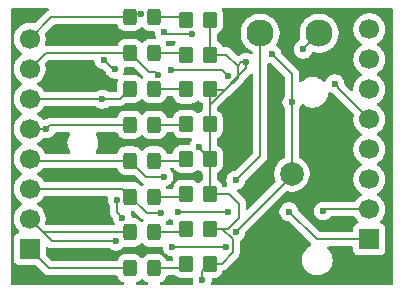
<source format=gbr>
%TF.GenerationSoftware,KiCad,Pcbnew,9.0.3*%
%TF.CreationDate,2025-08-21T17:44:14+02:00*%
%TF.ProjectId,Tri-State-Buffer,5472692d-5374-4617-9465-2d4275666665,rev?*%
%TF.SameCoordinates,Original*%
%TF.FileFunction,Copper,L2,Bot*%
%TF.FilePolarity,Positive*%
%FSLAX46Y46*%
G04 Gerber Fmt 4.6, Leading zero omitted, Abs format (unit mm)*
G04 Created by KiCad (PCBNEW 9.0.3) date 2025-08-21 17:44:14*
%MOMM*%
%LPD*%
G01*
G04 APERTURE LIST*
G04 Aperture macros list*
%AMRoundRect*
0 Rectangle with rounded corners*
0 $1 Rounding radius*
0 $2 $3 $4 $5 $6 $7 $8 $9 X,Y pos of 4 corners*
0 Add a 4 corners polygon primitive as box body*
4,1,4,$2,$3,$4,$5,$6,$7,$8,$9,$2,$3,0*
0 Add four circle primitives for the rounded corners*
1,1,$1+$1,$2,$3*
1,1,$1+$1,$4,$5*
1,1,$1+$1,$6,$7*
1,1,$1+$1,$8,$9*
0 Add four rect primitives between the rounded corners*
20,1,$1+$1,$2,$3,$4,$5,0*
20,1,$1+$1,$4,$5,$6,$7,0*
20,1,$1+$1,$6,$7,$8,$9,0*
20,1,$1+$1,$8,$9,$2,$3,0*%
G04 Aperture macros list end*
%TA.AperFunction,ComponentPad*%
%ADD10R,1.700000X1.700000*%
%TD*%
%TA.AperFunction,ComponentPad*%
%ADD11C,1.700000*%
%TD*%
%TA.AperFunction,ComponentPad*%
%ADD12C,2.300000*%
%TD*%
%TA.AperFunction,ComponentPad*%
%ADD13C,2.000000*%
%TD*%
%TA.AperFunction,SMDPad,CuDef*%
%ADD14RoundRect,0.250000X0.325000X0.450000X-0.325000X0.450000X-0.325000X-0.450000X0.325000X-0.450000X0*%
%TD*%
%TA.AperFunction,SMDPad,CuDef*%
%ADD15RoundRect,0.250000X-0.350000X-0.450000X0.350000X-0.450000X0.350000X0.450000X-0.350000X0.450000X0*%
%TD*%
%TA.AperFunction,ViaPad*%
%ADD16C,0.600000*%
%TD*%
%TA.AperFunction,Conductor*%
%ADD17C,0.200000*%
%TD*%
G04 APERTURE END LIST*
D10*
%TO.P,J2,1,Pin_1*%
%TO.N,Q1*%
X64000000Y-50740000D03*
D11*
%TO.P,J2,2,Pin_2*%
%TO.N,Q2*%
X64000000Y-48200000D03*
%TO.P,J2,3,Pin_3*%
%TO.N,Q3*%
X64000000Y-45660000D03*
%TO.P,J2,4,Pin_4*%
%TO.N,Q4*%
X64000000Y-43120000D03*
%TO.P,J2,5,Pin_5*%
%TO.N,Q5*%
X64000000Y-40580000D03*
%TO.P,J2,6,Pin_6*%
%TO.N,Q6*%
X64000000Y-38040000D03*
%TO.P,J2,7,Pin_7*%
%TO.N,Q7*%
X64000000Y-35500000D03*
%TO.P,J2,8,Pin_8*%
%TO.N,Q8*%
X64000000Y-32960000D03*
%TD*%
D12*
%TO.P,U1,1,Vcc*%
%TO.N,VCC*%
X54750000Y-33300000D03*
%TO.P,U1,2,GND*%
%TO.N,GND*%
X59750000Y-33300000D03*
%TD*%
D10*
%TO.P,J1,1,Pin_1*%
%TO.N,A1*%
X35250000Y-51550000D03*
D11*
%TO.P,J1,2,Pin_2*%
%TO.N,A2*%
X35250000Y-49010000D03*
%TO.P,J1,3,Pin_3*%
%TO.N,A3*%
X35250000Y-46470000D03*
%TO.P,J1,4,Pin_4*%
%TO.N,A4*%
X35250000Y-43930000D03*
%TO.P,J1,5,Pin_5*%
%TO.N,A5*%
X35250000Y-41390000D03*
%TO.P,J1,6,Pin_6*%
%TO.N,A6*%
X35250000Y-38850000D03*
%TO.P,J1,7,Pin_7*%
%TO.N,A7*%
X35250000Y-36310000D03*
%TO.P,J1,8,Pin_8*%
%TO.N,A8*%
X35250000Y-33770000D03*
%TD*%
D13*
%TO.P,B1,1,1*%
%TO.N,!OE*%
X57450000Y-45200000D03*
%TD*%
D14*
%TO.P,D8,1,K*%
%TO.N,Net-(D8-K)*%
X45780000Y-31925000D03*
%TO.P,D8,2,A*%
%TO.N,A8*%
X43730000Y-31925000D03*
%TD*%
D15*
%TO.P,R7,1*%
%TO.N,Net-(D7-K)*%
X48500000Y-35100000D03*
%TO.P,R7,2*%
%TO.N,GND*%
X50500000Y-35100000D03*
%TD*%
D14*
%TO.P,D5,1,K*%
%TO.N,Net-(D5-K)*%
X45780000Y-41045000D03*
%TO.P,D5,2,A*%
%TO.N,A5*%
X43730000Y-41045000D03*
%TD*%
D15*
%TO.P,R3,1*%
%TO.N,Net-(D3-K)*%
X48500000Y-46900000D03*
%TO.P,R3,2*%
%TO.N,GND*%
X50500000Y-46900000D03*
%TD*%
%TO.P,R1,1*%
%TO.N,Net-(D1-K)*%
X48500000Y-52800000D03*
%TO.P,R1,2*%
%TO.N,GND*%
X50500000Y-52800000D03*
%TD*%
%TO.P,R4,1*%
%TO.N,Net-(D4-K)*%
X48500000Y-43950000D03*
%TO.P,R4,2*%
%TO.N,GND*%
X50500000Y-43950000D03*
%TD*%
%TO.P,R6,1*%
%TO.N,Net-(D6-K)*%
X48500000Y-38050000D03*
%TO.P,R6,2*%
%TO.N,GND*%
X50500000Y-38050000D03*
%TD*%
D14*
%TO.P,D2,1,K*%
%TO.N,Net-(D2-K)*%
X45780000Y-50165000D03*
%TO.P,D2,2,A*%
%TO.N,A2*%
X43730000Y-50165000D03*
%TD*%
%TO.P,D6,1,K*%
%TO.N,Net-(D6-K)*%
X45780000Y-38005000D03*
%TO.P,D6,2,A*%
%TO.N,A6*%
X43730000Y-38005000D03*
%TD*%
%TO.P,D1,1,K*%
%TO.N,Net-(D1-K)*%
X45780000Y-53205000D03*
%TO.P,D1,2,A*%
%TO.N,A1*%
X43730000Y-53205000D03*
%TD*%
D15*
%TO.P,R8,1*%
%TO.N,Net-(D8-K)*%
X48500000Y-32150000D03*
%TO.P,R8,2*%
%TO.N,GND*%
X50500000Y-32150000D03*
%TD*%
%TO.P,R2,1*%
%TO.N,Net-(D2-K)*%
X48500000Y-49850000D03*
%TO.P,R2,2*%
%TO.N,GND*%
X50500000Y-49850000D03*
%TD*%
D14*
%TO.P,D4,1,K*%
%TO.N,Net-(D4-K)*%
X45780000Y-44085000D03*
%TO.P,D4,2,A*%
%TO.N,A4*%
X43730000Y-44085000D03*
%TD*%
D15*
%TO.P,R5,1*%
%TO.N,Net-(D5-K)*%
X48500000Y-41000000D03*
%TO.P,R5,2*%
%TO.N,GND*%
X50500000Y-41000000D03*
%TD*%
D14*
%TO.P,D7,1,K*%
%TO.N,Net-(D7-K)*%
X45780000Y-34965000D03*
%TO.P,D7,2,A*%
%TO.N,A7*%
X43730000Y-34965000D03*
%TD*%
%TO.P,D3,1,K*%
%TO.N,Net-(D3-K)*%
X45780000Y-47125000D03*
%TO.P,D3,2,A*%
%TO.N,A3*%
X43730000Y-47125000D03*
%TD*%
D16*
%TO.N,!OE*%
X42655000Y-47378568D03*
X57450000Y-39150000D03*
X55750000Y-35050000D03*
X42435765Y-36335765D03*
X43099265Y-48899265D03*
X41509473Y-35565000D03*
X52688527Y-50140000D03*
X48952436Y-33343909D03*
X46650000Y-33200000D03*
%TO.N,Q1*%
X52000000Y-48450000D03*
X57200000Y-48400000D03*
X47800000Y-48450000D03*
%TO.N,VCC*%
X52700000Y-45750000D03*
%TO.N,GND*%
X53600000Y-35760000D03*
X49550000Y-42950000D03*
X58400000Y-34650000D03*
X49858472Y-54200002D03*
%TO.N,A4*%
X46600000Y-45450000D03*
%TO.N,A3*%
X46400000Y-48550000D03*
%TO.N,A2*%
X42550000Y-50900000D03*
%TO.N,Q2*%
X47300000Y-51400000D03*
X51850000Y-51400000D03*
X60100000Y-48350000D03*
%TO.N,A7*%
X46075893Y-36805000D03*
%TO.N,A8*%
X44705000Y-31700000D03*
%TO.N,A6*%
X41400000Y-38900000D03*
%TO.N,A5*%
X36650000Y-41390000D03*
%TO.N,Q5*%
X61075735Y-37575735D03*
X47250000Y-36400000D03*
X52050000Y-36960000D03*
%TD*%
D17*
%TO.N,A5*%
X36650000Y-41390000D02*
X36940000Y-41100000D01*
X43675000Y-41100000D02*
X43730000Y-41045000D01*
X36940000Y-41100000D02*
X43675000Y-41100000D01*
%TO.N,A4*%
X35250000Y-43930000D02*
X35420000Y-44100000D01*
X35420000Y-44100000D02*
X43715000Y-44100000D01*
X43715000Y-44100000D02*
X43730000Y-44085000D01*
%TO.N,!OE*%
X52688527Y-50140000D02*
X57450000Y-45378527D01*
X42285765Y-36335765D02*
X42435765Y-36335765D01*
X48952436Y-33343909D02*
X46793909Y-33343909D01*
X41509473Y-35565000D02*
X41515000Y-35565000D01*
X42655000Y-48455000D02*
X43099265Y-48899265D01*
X57450000Y-39150000D02*
X57450000Y-36750000D01*
X57450000Y-45200000D02*
X57450000Y-39150000D01*
X41515000Y-35565000D02*
X42285765Y-36335765D01*
X46793909Y-33343909D02*
X46650000Y-33200000D01*
X57450000Y-36750000D02*
X55750000Y-35050000D01*
X42655000Y-47378568D02*
X42655000Y-48455000D01*
X57450000Y-45378527D02*
X57450000Y-45200000D01*
%TO.N,Q1*%
X59540000Y-50740000D02*
X64000000Y-50740000D01*
X47800000Y-48450000D02*
X52000000Y-48450000D01*
X57200000Y-48400000D02*
X59540000Y-50740000D01*
%TO.N,VCC*%
X54750000Y-33300000D02*
X54750000Y-43700000D01*
X54750000Y-43700000D02*
X52700000Y-45750000D01*
%TO.N,GND*%
X50500000Y-38050000D02*
X50550000Y-38100000D01*
X52050001Y-49850000D02*
X52950000Y-48950001D01*
X53600000Y-35760000D02*
X53140000Y-35760000D01*
X51900000Y-35100000D02*
X50500000Y-35100000D01*
X50500000Y-43950000D02*
X50500000Y-41000000D01*
X50500000Y-32150000D02*
X50500000Y-35100000D01*
X52850000Y-36050000D02*
X51900000Y-35100000D01*
X53600000Y-36259943D02*
X50500000Y-39359943D01*
X49550000Y-42950000D02*
X49550000Y-43000000D01*
X50500000Y-41000000D02*
X50500000Y-38050000D01*
X50550000Y-38100000D02*
X51800000Y-38100000D01*
X52900000Y-47650000D02*
X52150000Y-46900000D01*
X51550000Y-49850000D02*
X50500000Y-49850000D01*
X52450000Y-51850000D02*
X52450000Y-50750000D01*
X49858472Y-53441528D02*
X50500000Y-52800000D01*
X50500000Y-50400000D02*
X50500000Y-49850000D01*
X50500000Y-49850000D02*
X52050001Y-49850000D01*
X50450000Y-41050000D02*
X50500000Y-41000000D01*
X49858472Y-54200002D02*
X49858472Y-53441528D01*
X52450000Y-50750000D02*
X51550000Y-49850000D01*
X50500000Y-46900000D02*
X50500000Y-43950000D01*
X52150000Y-46900000D02*
X50500000Y-46900000D01*
X50500000Y-39359943D02*
X50500000Y-41000000D01*
X52850000Y-37050000D02*
X52850000Y-36050000D01*
X52950000Y-47650000D02*
X52900000Y-47650000D01*
X51500000Y-52800000D02*
X52450000Y-51850000D01*
X53600000Y-35760000D02*
X53600000Y-36259943D01*
X52950000Y-48950001D02*
X52950000Y-47650000D01*
X51800000Y-38100000D02*
X52850000Y-37050000D01*
X50500000Y-52800000D02*
X51500000Y-52800000D01*
X53140000Y-35760000D02*
X52850000Y-36050000D01*
X49550000Y-43000000D02*
X50500000Y-43950000D01*
X58400000Y-34650000D02*
X59750000Y-33300000D01*
%TO.N,A1*%
X37290000Y-53200000D02*
X37295000Y-53205000D01*
X36900000Y-53200000D02*
X37290000Y-53200000D01*
X35250000Y-51550000D02*
X36900000Y-53200000D01*
X37295000Y-53205000D02*
X43730000Y-53205000D01*
%TO.N,A4*%
X45095000Y-45450000D02*
X43730000Y-44085000D01*
X46600000Y-45450000D02*
X45095000Y-45450000D01*
%TO.N,A3*%
X43075000Y-46470000D02*
X43730000Y-47125000D01*
X45155000Y-48550000D02*
X43730000Y-47125000D01*
X35250000Y-46470000D02*
X43075000Y-46470000D01*
X46400000Y-48550000D02*
X45155000Y-48550000D01*
%TO.N,A2*%
X36405000Y-50165000D02*
X43730000Y-50165000D01*
X35250000Y-49010000D02*
X36405000Y-50165000D01*
X42550000Y-50900000D02*
X37140000Y-50900000D01*
X37140000Y-50900000D02*
X35250000Y-49010000D01*
%TO.N,Q2*%
X60100000Y-48350000D02*
X60250000Y-48200000D01*
X47300000Y-51400000D02*
X51850000Y-51400000D01*
X60250000Y-48200000D02*
X64000000Y-48200000D01*
%TO.N,A7*%
X36595000Y-34965000D02*
X43730000Y-34965000D01*
X45365000Y-36600000D02*
X43730000Y-34965000D01*
X35250000Y-36310000D02*
X36595000Y-34965000D01*
X45870893Y-36600000D02*
X45365000Y-36600000D01*
X46075893Y-36805000D02*
X45870893Y-36600000D01*
%TO.N,A8*%
X35250000Y-33770000D02*
X37095000Y-31925000D01*
X43955000Y-31700000D02*
X43730000Y-31925000D01*
X37095000Y-31925000D02*
X43730000Y-31925000D01*
X44705000Y-31700000D02*
X43955000Y-31700000D01*
%TO.N,A6*%
X41450000Y-38850000D02*
X41850000Y-38850000D01*
X42885000Y-38850000D02*
X43730000Y-38005000D01*
X41400000Y-38900000D02*
X41450000Y-38850000D01*
X41850000Y-38850000D02*
X42885000Y-38850000D01*
X35250000Y-38850000D02*
X41850000Y-38850000D01*
%TO.N,A5*%
X35250000Y-41390000D02*
X36650000Y-41390000D01*
%TO.N,Q5*%
X47250000Y-36400000D02*
X51490000Y-36400000D01*
X61075735Y-37575735D02*
X61350000Y-37850000D01*
X61350000Y-37930000D02*
X64000000Y-40580000D01*
X51490000Y-36400000D02*
X52050000Y-36960000D01*
X61350000Y-37850000D02*
X61350000Y-37930000D01*
%TO.N,Net-(D1-K)*%
X48095000Y-53205000D02*
X48500000Y-52800000D01*
X45780000Y-53205000D02*
X48095000Y-53205000D01*
%TO.N,Net-(D2-K)*%
X48185000Y-50165000D02*
X48500000Y-49850000D01*
X45780000Y-50165000D02*
X48185000Y-50165000D01*
%TO.N,Net-(D3-K)*%
X48275000Y-47125000D02*
X48500000Y-46900000D01*
X45780000Y-47125000D02*
X48275000Y-47125000D01*
%TO.N,Net-(D4-K)*%
X45780000Y-44085000D02*
X48365000Y-44085000D01*
X48365000Y-44085000D02*
X48500000Y-43950000D01*
%TO.N,Net-(D5-K)*%
X45780000Y-41045000D02*
X48455000Y-41045000D01*
X48455000Y-41045000D02*
X48500000Y-41000000D01*
%TO.N,Net-(D6-K)*%
X48455000Y-38005000D02*
X48500000Y-38050000D01*
X45780000Y-38005000D02*
X48455000Y-38005000D01*
%TO.N,Net-(D7-K)*%
X48365000Y-34965000D02*
X48500000Y-35100000D01*
X45780000Y-34965000D02*
X48365000Y-34965000D01*
%TO.N,Net-(D8-K)*%
X48275000Y-31925000D02*
X48500000Y-32150000D01*
X45780000Y-31925000D02*
X48275000Y-31925000D01*
%TD*%
%TA.AperFunction,NonConductor*%
G36*
X47505734Y-33947601D02*
G01*
X47517004Y-33946402D01*
X47538657Y-33957269D01*
X47561900Y-33964094D01*
X47569320Y-33972657D01*
X47579451Y-33977742D01*
X47591792Y-33998591D01*
X47607655Y-34016898D01*
X47609267Y-34028114D01*
X47615041Y-34037868D01*
X47614151Y-34062077D01*
X47617599Y-34086056D01*
X47612891Y-34096364D01*
X47612475Y-34107690D01*
X47596644Y-34139235D01*
X47590345Y-34148286D01*
X47557288Y-34181344D01*
X47478838Y-34308531D01*
X47476894Y-34311326D01*
X47452230Y-34331158D01*
X47428703Y-34352321D01*
X47425205Y-34352890D01*
X47422445Y-34355110D01*
X47375111Y-34364500D01*
X46935301Y-34364500D01*
X46868262Y-34344815D01*
X46822507Y-34292011D01*
X46817595Y-34279504D01*
X46814718Y-34270821D01*
X46789814Y-34195666D01*
X46770932Y-34165054D01*
X46769617Y-34162921D01*
X46751177Y-34095529D01*
X46772100Y-34028866D01*
X46825742Y-33984096D01*
X46850958Y-33976209D01*
X46883497Y-33969737D01*
X46921857Y-33953848D01*
X46969309Y-33944409D01*
X47494861Y-33944409D01*
X47505734Y-33947601D01*
G37*
%TD.AperFunction*%
%TA.AperFunction,NonConductor*%
G36*
X42598075Y-32532364D02*
G01*
X42622302Y-32535001D01*
X42631005Y-32542033D01*
X42641738Y-32545185D01*
X42657692Y-32563597D01*
X42676648Y-32578914D01*
X42684362Y-32594376D01*
X42687493Y-32597989D01*
X42692403Y-32610492D01*
X42710937Y-32666423D01*
X42720185Y-32694331D01*
X42720187Y-32694336D01*
X42755069Y-32750888D01*
X42812288Y-32843656D01*
X42936344Y-32967712D01*
X43085666Y-33059814D01*
X43252203Y-33114999D01*
X43354991Y-33125500D01*
X44105008Y-33125499D01*
X44105016Y-33125498D01*
X44105019Y-33125498D01*
X44161302Y-33119748D01*
X44207797Y-33114999D01*
X44374334Y-33059814D01*
X44523656Y-32967712D01*
X44647712Y-32843656D01*
X44649461Y-32840819D01*
X44651169Y-32839283D01*
X44652193Y-32837989D01*
X44652414Y-32838163D01*
X44701406Y-32794096D01*
X44770368Y-32782872D01*
X44834451Y-32810713D01*
X44860537Y-32840817D01*
X44862288Y-32843656D01*
X44986344Y-32967712D01*
X45135666Y-33059814D01*
X45302203Y-33114999D01*
X45404991Y-33125500D01*
X45725500Y-33125499D01*
X45792539Y-33145183D01*
X45838294Y-33197987D01*
X45849500Y-33249499D01*
X45849500Y-33278846D01*
X45880261Y-33433489D01*
X45880264Y-33433501D01*
X45940606Y-33579182D01*
X45942140Y-33582051D01*
X45942488Y-33583725D01*
X45942937Y-33584808D01*
X45942731Y-33584893D01*
X45956380Y-33650454D01*
X45931377Y-33715697D01*
X45875071Y-33757065D01*
X45832780Y-33764500D01*
X45404998Y-33764500D01*
X45404980Y-33764501D01*
X45302203Y-33775000D01*
X45302200Y-33775001D01*
X45135668Y-33830185D01*
X45135663Y-33830187D01*
X44986342Y-33922289D01*
X44862285Y-34046346D01*
X44860537Y-34049182D01*
X44858829Y-34050717D01*
X44857807Y-34052011D01*
X44857585Y-34051836D01*
X44808589Y-34095905D01*
X44739626Y-34107126D01*
X44675544Y-34079282D01*
X44649463Y-34049182D01*
X44647714Y-34046346D01*
X44523657Y-33922289D01*
X44523656Y-33922288D01*
X44413264Y-33854198D01*
X44374336Y-33830187D01*
X44374331Y-33830185D01*
X44366916Y-33827728D01*
X44207797Y-33775001D01*
X44207795Y-33775000D01*
X44105010Y-33764500D01*
X43354998Y-33764500D01*
X43354980Y-33764501D01*
X43252203Y-33775000D01*
X43252200Y-33775001D01*
X43085668Y-33830185D01*
X43085663Y-33830187D01*
X42936342Y-33922289D01*
X42812289Y-34046342D01*
X42720187Y-34195663D01*
X42720186Y-34195666D01*
X42695285Y-34270814D01*
X42692405Y-34279504D01*
X42652632Y-34336949D01*
X42588116Y-34363772D01*
X42574699Y-34364500D01*
X36647506Y-34364500D01*
X36580467Y-34344815D01*
X36534712Y-34292011D01*
X36524768Y-34222853D01*
X36529575Y-34202182D01*
X36540847Y-34167491D01*
X36567246Y-34086243D01*
X36600500Y-33876287D01*
X36600500Y-33663713D01*
X36567246Y-33453757D01*
X36553506Y-33411473D01*
X36551512Y-33341635D01*
X36583755Y-33285478D01*
X37307416Y-32561819D01*
X37368739Y-32528334D01*
X37395097Y-32525500D01*
X42574699Y-32525500D01*
X42598075Y-32532364D01*
G37*
%TD.AperFunction*%
%TA.AperFunction,NonConductor*%
G36*
X44096941Y-36185184D02*
G01*
X44117583Y-36201818D01*
X44846300Y-36930535D01*
X44860477Y-36956499D01*
X44876930Y-36981088D01*
X44877036Y-36986823D01*
X44879785Y-36991858D01*
X44877674Y-37021363D01*
X44878222Y-37050945D01*
X44875034Y-37058279D01*
X44874801Y-37061550D01*
X44864156Y-37083315D01*
X44860537Y-37089182D01*
X44808588Y-37135906D01*
X44739625Y-37147126D01*
X44675544Y-37119281D01*
X44649463Y-37089182D01*
X44647714Y-37086346D01*
X44523657Y-36962289D01*
X44523656Y-36962288D01*
X44374334Y-36870186D01*
X44207797Y-36815001D01*
X44207795Y-36815000D01*
X44105010Y-36804500D01*
X43354998Y-36804500D01*
X43354975Y-36804502D01*
X43303809Y-36809728D01*
X43235116Y-36796957D01*
X43184233Y-36749075D01*
X43167314Y-36681285D01*
X43176647Y-36638924D01*
X43205502Y-36569262D01*
X43236265Y-36414607D01*
X43236265Y-36289499D01*
X43255950Y-36222460D01*
X43308754Y-36176705D01*
X43360260Y-36165499D01*
X44029902Y-36165499D01*
X44096941Y-36185184D01*
G37*
%TD.AperFunction*%
%TA.AperFunction,NonConductor*%
G36*
X40658664Y-35585185D02*
G01*
X40704419Y-35637989D01*
X40713242Y-35665308D01*
X40739734Y-35798491D01*
X40739737Y-35798501D01*
X40800075Y-35944172D01*
X40800082Y-35944185D01*
X40887683Y-36075288D01*
X40887686Y-36075292D01*
X40999180Y-36186786D01*
X40999184Y-36186789D01*
X41130287Y-36274390D01*
X41130300Y-36274397D01*
X41275971Y-36334735D01*
X41275976Y-36334737D01*
X41334240Y-36346326D01*
X41436605Y-36366689D01*
X41436118Y-36369135D01*
X41449005Y-36374334D01*
X41473277Y-36379615D01*
X41486351Y-36389402D01*
X41490762Y-36391182D01*
X41501531Y-36400766D01*
X41645758Y-36544993D01*
X41672638Y-36585221D01*
X41726369Y-36714941D01*
X41726374Y-36714950D01*
X41813975Y-36846053D01*
X41813978Y-36846057D01*
X41925472Y-36957551D01*
X41925476Y-36957554D01*
X42056579Y-37045155D01*
X42056592Y-37045162D01*
X42176385Y-37094781D01*
X42202268Y-37105502D01*
X42310466Y-37127024D01*
X42356918Y-37136264D01*
X42356921Y-37136265D01*
X42356923Y-37136265D01*
X42514608Y-37136265D01*
X42539346Y-37131344D01*
X42561063Y-37127024D01*
X42630655Y-37133251D01*
X42685833Y-37176113D01*
X42709078Y-37242003D01*
X42702962Y-37287644D01*
X42684869Y-37342245D01*
X42665001Y-37402203D01*
X42665000Y-37402204D01*
X42654500Y-37504983D01*
X42654500Y-38125500D01*
X42634815Y-38192539D01*
X42582011Y-38238294D01*
X42530500Y-38249500D01*
X41904935Y-38249500D01*
X41837896Y-38229815D01*
X41836090Y-38228633D01*
X41779179Y-38190606D01*
X41779172Y-38190602D01*
X41633501Y-38130264D01*
X41633489Y-38130261D01*
X41478845Y-38099500D01*
X41478842Y-38099500D01*
X41321158Y-38099500D01*
X41321155Y-38099500D01*
X41166510Y-38130261D01*
X41166498Y-38130264D01*
X41020827Y-38190602D01*
X41020820Y-38190606D01*
X40991928Y-38209911D01*
X40963955Y-38228602D01*
X40897279Y-38249480D01*
X40895065Y-38249500D01*
X36535719Y-38249500D01*
X36468680Y-38229815D01*
X36425235Y-38181795D01*
X36405052Y-38142185D01*
X36405051Y-38142184D01*
X36280109Y-37970213D01*
X36129786Y-37819890D01*
X35957820Y-37694951D01*
X35957115Y-37694591D01*
X35949054Y-37690485D01*
X35898259Y-37642512D01*
X35881463Y-37574692D01*
X35903999Y-37508556D01*
X35949054Y-37469515D01*
X35957816Y-37465051D01*
X36044318Y-37402204D01*
X36129786Y-37340109D01*
X36129788Y-37340106D01*
X36129792Y-37340104D01*
X36280104Y-37189792D01*
X36280106Y-37189788D01*
X36280109Y-37189786D01*
X36405048Y-37017820D01*
X36405047Y-37017820D01*
X36405051Y-37017816D01*
X36501557Y-36828412D01*
X36567246Y-36626243D01*
X36600500Y-36416287D01*
X36600500Y-36203713D01*
X36567246Y-35993757D01*
X36553506Y-35951473D01*
X36551512Y-35881635D01*
X36583754Y-35825480D01*
X36807417Y-35601816D01*
X36868739Y-35568334D01*
X36895097Y-35565500D01*
X40591625Y-35565500D01*
X40658664Y-35585185D01*
G37*
%TD.AperFunction*%
%TA.AperFunction,NonConductor*%
G36*
X47371826Y-38625185D02*
G01*
X47417581Y-38677989D01*
X47422492Y-38690493D01*
X47465186Y-38819334D01*
X47557288Y-38968656D01*
X47681344Y-39092712D01*
X47830666Y-39184814D01*
X47997203Y-39239999D01*
X48099991Y-39250500D01*
X48900008Y-39250499D01*
X48900016Y-39250498D01*
X48900019Y-39250498D01*
X48956302Y-39244748D01*
X49002797Y-39239999D01*
X49169334Y-39184814D01*
X49318656Y-39092712D01*
X49412319Y-38999049D01*
X49473642Y-38965564D01*
X49543334Y-38970548D01*
X49587681Y-38999049D01*
X49681344Y-39092712D01*
X49830666Y-39184814D01*
X49830667Y-39184814D01*
X49836813Y-39188605D01*
X49835704Y-39190401D01*
X49840910Y-39194982D01*
X49856701Y-39202194D01*
X49866592Y-39217584D01*
X49880328Y-39229673D01*
X49885217Y-39246564D01*
X49894476Y-39260971D01*
X49899498Y-39295905D01*
X49899499Y-39295906D01*
X49899499Y-39439000D01*
X49899499Y-39439002D01*
X49899500Y-39448996D01*
X49899500Y-39754091D01*
X49879815Y-39821130D01*
X49835731Y-39859641D01*
X49836813Y-39861395D01*
X49830667Y-39865185D01*
X49830666Y-39865186D01*
X49732419Y-39925784D01*
X49681342Y-39957289D01*
X49587681Y-40050951D01*
X49526358Y-40084436D01*
X49456666Y-40079452D01*
X49412319Y-40050951D01*
X49318657Y-39957289D01*
X49318656Y-39957288D01*
X49169334Y-39865186D01*
X49002797Y-39810001D01*
X49002795Y-39810000D01*
X48900010Y-39799500D01*
X48099998Y-39799500D01*
X48099980Y-39799501D01*
X47997203Y-39810000D01*
X47997200Y-39810001D01*
X47830668Y-39865185D01*
X47830663Y-39865187D01*
X47681342Y-39957289D01*
X47557289Y-40081342D01*
X47465187Y-40230663D01*
X47465185Y-40230668D01*
X47463766Y-40234951D01*
X47422492Y-40359506D01*
X47382722Y-40416949D01*
X47318206Y-40443772D01*
X47304788Y-40444500D01*
X46935301Y-40444500D01*
X46868262Y-40424815D01*
X46822507Y-40372011D01*
X46817595Y-40359504D01*
X46805000Y-40321494D01*
X46789814Y-40275666D01*
X46697712Y-40126344D01*
X46573656Y-40002288D01*
X46424334Y-39910186D01*
X46257797Y-39855001D01*
X46257795Y-39855000D01*
X46155010Y-39844500D01*
X45404998Y-39844500D01*
X45404980Y-39844501D01*
X45302203Y-39855000D01*
X45302200Y-39855001D01*
X45135668Y-39910185D01*
X45135663Y-39910187D01*
X44986342Y-40002289D01*
X44862285Y-40126346D01*
X44860537Y-40129182D01*
X44858829Y-40130717D01*
X44857807Y-40132011D01*
X44857585Y-40131836D01*
X44808589Y-40175905D01*
X44739626Y-40187126D01*
X44675544Y-40159282D01*
X44649463Y-40129182D01*
X44647714Y-40126346D01*
X44523657Y-40002289D01*
X44523656Y-40002288D01*
X44374334Y-39910186D01*
X44207797Y-39855001D01*
X44207795Y-39855000D01*
X44105010Y-39844500D01*
X43354998Y-39844500D01*
X43354980Y-39844501D01*
X43252203Y-39855000D01*
X43252200Y-39855001D01*
X43085668Y-39910185D01*
X43085663Y-39910187D01*
X42936342Y-40002289D01*
X42812289Y-40126342D01*
X42720187Y-40275663D01*
X42720186Y-40275666D01*
X42688261Y-40372011D01*
X42674180Y-40414504D01*
X42634407Y-40471949D01*
X42569892Y-40498772D01*
X42556474Y-40499500D01*
X37026669Y-40499500D01*
X37026653Y-40499499D01*
X37019057Y-40499499D01*
X36860943Y-40499499D01*
X36708215Y-40540423D01*
X36708214Y-40540423D01*
X36666549Y-40564479D01*
X36651986Y-40572887D01*
X36609864Y-40587896D01*
X36599987Y-40589500D01*
X36571158Y-40589500D01*
X36442923Y-40615007D01*
X36440729Y-40615364D01*
X36408158Y-40611284D01*
X36375450Y-40608358D01*
X36373646Y-40606962D01*
X36371401Y-40606681D01*
X36347571Y-40586780D01*
X36320533Y-40565853D01*
X36280109Y-40510213D01*
X36129786Y-40359890D01*
X35957820Y-40234951D01*
X35957115Y-40234591D01*
X35949054Y-40230485D01*
X35898259Y-40182512D01*
X35881463Y-40114692D01*
X35903999Y-40048556D01*
X35949054Y-40009515D01*
X35957816Y-40005051D01*
X36023557Y-39957288D01*
X36129786Y-39880109D01*
X36129788Y-39880106D01*
X36129792Y-39880104D01*
X36280104Y-39729792D01*
X36280106Y-39729788D01*
X36280109Y-39729786D01*
X36367575Y-39609397D01*
X36405051Y-39557816D01*
X36405349Y-39557230D01*
X36425235Y-39518205D01*
X36473209Y-39467409D01*
X36535719Y-39450500D01*
X40767060Y-39450500D01*
X40834099Y-39470185D01*
X40854742Y-39486820D01*
X40889707Y-39521786D01*
X40889711Y-39521789D01*
X41020814Y-39609390D01*
X41020827Y-39609397D01*
X41149577Y-39662726D01*
X41166503Y-39669737D01*
X41319690Y-39700208D01*
X41321153Y-39700499D01*
X41321156Y-39700500D01*
X41321158Y-39700500D01*
X41478844Y-39700500D01*
X41478845Y-39700499D01*
X41633497Y-39669737D01*
X41779179Y-39609394D01*
X41910289Y-39521789D01*
X41945258Y-39486820D01*
X42006580Y-39453334D01*
X42032940Y-39450500D01*
X42798331Y-39450500D01*
X42798347Y-39450501D01*
X42805943Y-39450501D01*
X42964054Y-39450501D01*
X42964057Y-39450501D01*
X43116785Y-39409577D01*
X43130420Y-39401704D01*
X43167091Y-39380533D01*
X43167102Y-39380525D01*
X43167114Y-39380519D01*
X43253716Y-39330520D01*
X43342418Y-39241818D01*
X43403741Y-39208333D01*
X43430099Y-39205499D01*
X44105002Y-39205499D01*
X44105008Y-39205499D01*
X44207797Y-39194999D01*
X44374334Y-39139814D01*
X44523656Y-39047712D01*
X44647712Y-38923656D01*
X44649461Y-38920819D01*
X44651169Y-38919283D01*
X44652193Y-38917989D01*
X44652414Y-38918163D01*
X44701406Y-38874096D01*
X44770368Y-38862872D01*
X44834451Y-38890713D01*
X44860537Y-38920817D01*
X44862288Y-38923656D01*
X44986344Y-39047712D01*
X45135666Y-39139814D01*
X45302203Y-39194999D01*
X45404991Y-39205500D01*
X46155008Y-39205499D01*
X46155016Y-39205498D01*
X46155019Y-39205498D01*
X46213598Y-39199514D01*
X46257797Y-39194999D01*
X46424334Y-39139814D01*
X46573656Y-39047712D01*
X46697712Y-38923656D01*
X46789814Y-38774334D01*
X46817595Y-38690495D01*
X46857368Y-38633051D01*
X46921884Y-38606228D01*
X46935301Y-38605500D01*
X47304787Y-38605500D01*
X47371826Y-38625185D01*
G37*
%TD.AperFunction*%
%TA.AperFunction,NonConductor*%
G36*
X47357986Y-41652364D02*
G01*
X47382213Y-41655001D01*
X47390916Y-41662033D01*
X47401649Y-41665185D01*
X47417601Y-41683595D01*
X47436559Y-41698913D01*
X47444274Y-41714377D01*
X47447404Y-41717989D01*
X47452315Y-41730493D01*
X47465186Y-41769334D01*
X47557288Y-41918656D01*
X47681344Y-42042712D01*
X47830666Y-42134814D01*
X47997203Y-42189999D01*
X48099991Y-42200500D01*
X48868059Y-42200499D01*
X48935098Y-42220183D01*
X48980853Y-42272987D01*
X48990797Y-42342146D01*
X48961772Y-42405702D01*
X48955742Y-42412179D01*
X48928210Y-42439711D01*
X48840609Y-42570814D01*
X48840604Y-42570824D01*
X48798301Y-42672953D01*
X48754460Y-42727356D01*
X48688166Y-42749421D01*
X48683740Y-42749500D01*
X48099998Y-42749500D01*
X48099980Y-42749501D01*
X47997203Y-42760000D01*
X47997200Y-42760001D01*
X47830668Y-42815185D01*
X47830663Y-42815187D01*
X47681342Y-42907289D01*
X47557289Y-43031342D01*
X47465187Y-43180663D01*
X47465186Y-43180666D01*
X47410001Y-43347203D01*
X47410001Y-43347204D01*
X47410000Y-43347204D01*
X47407355Y-43373103D01*
X47380959Y-43437794D01*
X47323778Y-43477946D01*
X47283997Y-43484500D01*
X46935301Y-43484500D01*
X46868262Y-43464815D01*
X46822507Y-43412011D01*
X46817595Y-43399504D01*
X46789814Y-43315666D01*
X46697712Y-43166344D01*
X46573656Y-43042288D01*
X46424334Y-42950186D01*
X46257797Y-42895001D01*
X46257795Y-42895000D01*
X46155010Y-42884500D01*
X45404998Y-42884500D01*
X45404980Y-42884501D01*
X45302203Y-42895000D01*
X45302200Y-42895001D01*
X45135668Y-42950185D01*
X45135663Y-42950187D01*
X44986342Y-43042289D01*
X44862285Y-43166346D01*
X44860537Y-43169182D01*
X44858829Y-43170717D01*
X44857807Y-43172011D01*
X44857585Y-43171836D01*
X44808589Y-43215905D01*
X44739626Y-43227126D01*
X44675544Y-43199282D01*
X44649463Y-43169182D01*
X44647714Y-43166346D01*
X44523657Y-43042289D01*
X44523656Y-43042288D01*
X44374334Y-42950186D01*
X44207797Y-42895001D01*
X44207795Y-42895000D01*
X44105010Y-42884500D01*
X43354998Y-42884500D01*
X43354980Y-42884501D01*
X43252203Y-42895000D01*
X43252200Y-42895001D01*
X43085668Y-42950185D01*
X43085663Y-42950187D01*
X42936342Y-43042289D01*
X42812289Y-43166342D01*
X42720187Y-43315663D01*
X42720186Y-43315666D01*
X42687434Y-43414505D01*
X42647661Y-43471949D01*
X42583145Y-43498772D01*
X42569728Y-43499500D01*
X40947345Y-43499500D01*
X40880306Y-43479815D01*
X40834551Y-43427011D01*
X40824607Y-43357853D01*
X40847026Y-43302615D01*
X40862287Y-43281610D01*
X40955220Y-43099219D01*
X41018477Y-42904534D01*
X41050500Y-42702352D01*
X41050500Y-42497648D01*
X41025871Y-42342146D01*
X41018477Y-42295465D01*
X40978192Y-42171481D01*
X40955220Y-42100781D01*
X40955218Y-42100778D01*
X40955218Y-42100776D01*
X40862287Y-41918390D01*
X40847026Y-41897385D01*
X40823547Y-41831578D01*
X40839373Y-41763524D01*
X40889479Y-41714830D01*
X40947345Y-41700500D01*
X42592924Y-41700500D01*
X42659963Y-41720185D01*
X42705718Y-41772989D01*
X42710629Y-41785495D01*
X42720182Y-41814325D01*
X42720187Y-41814336D01*
X42755069Y-41870888D01*
X42812288Y-41963656D01*
X42936344Y-42087712D01*
X43085666Y-42179814D01*
X43252203Y-42234999D01*
X43354991Y-42245500D01*
X44105008Y-42245499D01*
X44105016Y-42245498D01*
X44105019Y-42245498D01*
X44161302Y-42239748D01*
X44207797Y-42234999D01*
X44374334Y-42179814D01*
X44523656Y-42087712D01*
X44647712Y-41963656D01*
X44649461Y-41960819D01*
X44651169Y-41959283D01*
X44652193Y-41957989D01*
X44652414Y-41958163D01*
X44701406Y-41914096D01*
X44770368Y-41902872D01*
X44834451Y-41930713D01*
X44860537Y-41960817D01*
X44862288Y-41963656D01*
X44986344Y-42087712D01*
X45135666Y-42179814D01*
X45302203Y-42234999D01*
X45404991Y-42245500D01*
X46155008Y-42245499D01*
X46155016Y-42245498D01*
X46155019Y-42245498D01*
X46211302Y-42239748D01*
X46257797Y-42234999D01*
X46424334Y-42179814D01*
X46573656Y-42087712D01*
X46697712Y-41963656D01*
X46789814Y-41814334D01*
X46817595Y-41730495D01*
X46857368Y-41673051D01*
X46921884Y-41646228D01*
X46935301Y-41645500D01*
X47334610Y-41645500D01*
X47357986Y-41652364D01*
G37*
%TD.AperFunction*%
%TA.AperFunction,NonConductor*%
G36*
X38619694Y-41720185D02*
G01*
X38665449Y-41772989D01*
X38675393Y-41842147D01*
X38652974Y-41897385D01*
X38637712Y-41918390D01*
X38544781Y-42100776D01*
X38481522Y-42295465D01*
X38474129Y-42342146D01*
X38449500Y-42497648D01*
X38449500Y-42702352D01*
X38451741Y-42716503D01*
X38481522Y-42904534D01*
X38544781Y-43099223D01*
X38637712Y-43281609D01*
X38652974Y-43302615D01*
X38676453Y-43368422D01*
X38660627Y-43436476D01*
X38610521Y-43485170D01*
X38552655Y-43499500D01*
X36620213Y-43499500D01*
X36553174Y-43479815D01*
X36507419Y-43427011D01*
X36502282Y-43413819D01*
X36501694Y-43412011D01*
X36501557Y-43411588D01*
X36501556Y-43411587D01*
X36501557Y-43411587D01*
X36435330Y-43281610D01*
X36405051Y-43222184D01*
X36405049Y-43222181D01*
X36405048Y-43222179D01*
X36280109Y-43050213D01*
X36129786Y-42899890D01*
X35957820Y-42774951D01*
X35957115Y-42774591D01*
X35949054Y-42770485D01*
X35898259Y-42722512D01*
X35881463Y-42654692D01*
X35903999Y-42588556D01*
X35949054Y-42549515D01*
X35957816Y-42545051D01*
X36023061Y-42497648D01*
X36129786Y-42420109D01*
X36129788Y-42420106D01*
X36129792Y-42420104D01*
X36280104Y-42269792D01*
X36320532Y-42214145D01*
X36375860Y-42171481D01*
X36445042Y-42165414D01*
X36571155Y-42190500D01*
X36571158Y-42190500D01*
X36728844Y-42190500D01*
X36728845Y-42190499D01*
X36883497Y-42159737D01*
X36996166Y-42113067D01*
X37029172Y-42099397D01*
X37029172Y-42099396D01*
X37029179Y-42099394D01*
X37160289Y-42011789D01*
X37271789Y-41900289D01*
X37359394Y-41769179D01*
X37359395Y-41769177D01*
X37361069Y-41766047D01*
X37362377Y-41764715D01*
X37362779Y-41764114D01*
X37362892Y-41764190D01*
X37410031Y-41716203D01*
X37470427Y-41700500D01*
X38552655Y-41700500D01*
X38619694Y-41720185D01*
G37*
%TD.AperFunction*%
%TA.AperFunction,NonConductor*%
G36*
X42646708Y-44720185D02*
G01*
X42692463Y-44772989D01*
X42697373Y-44785491D01*
X42718296Y-44848631D01*
X42720186Y-44854333D01*
X42720187Y-44854336D01*
X42729019Y-44868655D01*
X42812288Y-45003656D01*
X42936344Y-45127712D01*
X43085666Y-45219814D01*
X43252203Y-45274999D01*
X43354991Y-45285500D01*
X44029901Y-45285499D01*
X44096940Y-45305183D01*
X44117582Y-45321818D01*
X44726284Y-45930520D01*
X44847422Y-46000458D01*
X44861062Y-46014763D01*
X44877858Y-46025191D01*
X44884679Y-46039532D01*
X44895638Y-46051025D01*
X44899379Y-46070434D01*
X44907871Y-46088287D01*
X44905856Y-46104038D01*
X44908862Y-46119632D01*
X44901514Y-46137984D01*
X44899007Y-46157592D01*
X44886093Y-46176503D01*
X44882894Y-46184497D01*
X44880391Y-46187577D01*
X44876916Y-46191715D01*
X44862288Y-46206344D01*
X44855789Y-46216880D01*
X44849968Y-46223814D01*
X44828107Y-46238349D01*
X44808589Y-46255905D01*
X44799475Y-46257387D01*
X44791786Y-46262501D01*
X44765533Y-46262910D01*
X44739626Y-46267126D01*
X44731158Y-46263446D01*
X44721925Y-46263591D01*
X44699619Y-46249743D01*
X44675544Y-46239282D01*
X44667131Y-46229572D01*
X44662565Y-46226738D01*
X44659996Y-46221339D01*
X44649463Y-46209182D01*
X44647714Y-46206346D01*
X44523657Y-46082289D01*
X44523656Y-46082288D01*
X44374334Y-45990186D01*
X44207797Y-45935001D01*
X44207795Y-45935000D01*
X44105016Y-45924500D01*
X43364395Y-45924500D01*
X43315212Y-45911328D01*
X43314299Y-45913535D01*
X43306789Y-45910424D01*
X43294263Y-45907067D01*
X43154057Y-45869499D01*
X42995943Y-45869499D01*
X42988347Y-45869499D01*
X42988331Y-45869500D01*
X36535719Y-45869500D01*
X36468680Y-45849815D01*
X36425235Y-45801795D01*
X36405052Y-45762185D01*
X36405051Y-45762184D01*
X36280109Y-45590213D01*
X36129786Y-45439890D01*
X35957820Y-45314951D01*
X35957115Y-45314591D01*
X35949054Y-45310485D01*
X35898259Y-45262512D01*
X35881463Y-45194692D01*
X35903999Y-45128556D01*
X35949054Y-45089515D01*
X35957816Y-45085051D01*
X36018995Y-45040602D01*
X36129786Y-44960109D01*
X36129788Y-44960106D01*
X36129792Y-44960104D01*
X36280104Y-44809792D01*
X36322371Y-44751615D01*
X36377701Y-44708949D01*
X36422690Y-44700500D01*
X42579669Y-44700500D01*
X42646708Y-44720185D01*
G37*
%TD.AperFunction*%
%TA.AperFunction,NonConductor*%
G36*
X54068834Y-36742857D02*
G01*
X54124767Y-36784729D01*
X54149184Y-36850193D01*
X54149500Y-36859039D01*
X54149500Y-43399902D01*
X54129815Y-43466941D01*
X54113181Y-43487583D01*
X52685339Y-44915425D01*
X52624016Y-44948910D01*
X52621850Y-44949361D01*
X52466508Y-44980261D01*
X52466498Y-44980264D01*
X52320827Y-45040602D01*
X52320814Y-45040609D01*
X52189711Y-45128210D01*
X52189707Y-45128213D01*
X52078213Y-45239707D01*
X52078210Y-45239711D01*
X51990609Y-45370814D01*
X51990602Y-45370827D01*
X51930264Y-45516498D01*
X51930261Y-45516510D01*
X51899500Y-45671153D01*
X51899500Y-45828846D01*
X51930261Y-45983489D01*
X51930264Y-45983501D01*
X51990137Y-46128048D01*
X51993644Y-46160673D01*
X51998314Y-46193147D01*
X51997360Y-46195234D01*
X51997606Y-46197517D01*
X51982917Y-46226860D01*
X51969289Y-46256703D01*
X51967358Y-46257943D01*
X51966331Y-46259996D01*
X51938121Y-46276733D01*
X51910511Y-46294477D01*
X51907480Y-46294912D01*
X51906241Y-46295648D01*
X51875576Y-46299500D01*
X51680301Y-46299500D01*
X51613262Y-46279815D01*
X51567507Y-46227011D01*
X51562595Y-46214504D01*
X51534814Y-46130666D01*
X51442712Y-45981344D01*
X51318656Y-45857288D01*
X51169334Y-45765186D01*
X51169332Y-45765185D01*
X51163187Y-45761395D01*
X51164290Y-45759605D01*
X51119649Y-45720290D01*
X51100500Y-45654091D01*
X51100500Y-45195908D01*
X51120185Y-45128869D01*
X51164271Y-45090363D01*
X51163187Y-45088605D01*
X51169332Y-45084814D01*
X51169334Y-45084814D01*
X51318656Y-44992712D01*
X51442712Y-44868656D01*
X51534814Y-44719334D01*
X51589999Y-44552797D01*
X51600500Y-44450009D01*
X51600499Y-43449992D01*
X51599118Y-43436476D01*
X51589999Y-43347203D01*
X51589998Y-43347200D01*
X51575224Y-43302615D01*
X51534814Y-43180666D01*
X51442712Y-43031344D01*
X51318656Y-42907288D01*
X51169334Y-42815186D01*
X51169332Y-42815185D01*
X51163187Y-42811395D01*
X51164290Y-42809605D01*
X51119649Y-42770290D01*
X51100500Y-42704091D01*
X51100500Y-42245908D01*
X51120185Y-42178869D01*
X51164271Y-42140363D01*
X51163187Y-42138605D01*
X51169332Y-42134814D01*
X51169334Y-42134814D01*
X51318656Y-42042712D01*
X51442712Y-41918656D01*
X51534814Y-41769334D01*
X51589999Y-41602797D01*
X51600500Y-41500009D01*
X51600499Y-40499992D01*
X51600374Y-40498772D01*
X51589999Y-40397203D01*
X51589998Y-40397200D01*
X51549726Y-40275668D01*
X51534814Y-40230666D01*
X51442712Y-40081344D01*
X51318656Y-39957288D01*
X51169334Y-39865186D01*
X51169332Y-39865185D01*
X51163187Y-39861395D01*
X51164290Y-39859605D01*
X51159069Y-39855006D01*
X51143297Y-39847804D01*
X51133394Y-39832395D01*
X51119649Y-39820290D01*
X51114765Y-39803407D01*
X51105523Y-39789026D01*
X51100500Y-39754091D01*
X51100500Y-39660039D01*
X51120185Y-39593000D01*
X51136815Y-39572362D01*
X52062396Y-38646780D01*
X52088077Y-38627075D01*
X52095822Y-38622604D01*
X52103430Y-38618213D01*
X52142599Y-38595598D01*
X52168716Y-38580520D01*
X52280520Y-38468716D01*
X52280520Y-38468714D01*
X52290724Y-38458511D01*
X52290728Y-38458506D01*
X53208506Y-37540728D01*
X53208511Y-37540724D01*
X53218714Y-37530520D01*
X53218716Y-37530520D01*
X53330520Y-37418716D01*
X53377077Y-37338074D01*
X53396780Y-37312396D01*
X53937819Y-36771358D01*
X53999142Y-36737873D01*
X54068834Y-36742857D01*
G37*
%TD.AperFunction*%
%TA.AperFunction,NonConductor*%
G36*
X47442150Y-44705185D02*
G01*
X47480647Y-44744401D01*
X47509916Y-44791853D01*
X47555380Y-44865564D01*
X47557288Y-44868656D01*
X47681344Y-44992712D01*
X47830666Y-45084814D01*
X47997203Y-45139999D01*
X48099991Y-45150500D01*
X48900008Y-45150499D01*
X48900016Y-45150498D01*
X48900019Y-45150498D01*
X48956302Y-45144748D01*
X49002797Y-45139999D01*
X49169334Y-45084814D01*
X49318656Y-44992712D01*
X49412319Y-44899049D01*
X49473642Y-44865564D01*
X49543334Y-44870548D01*
X49587681Y-44899049D01*
X49681344Y-44992712D01*
X49830666Y-45084814D01*
X49830667Y-45084814D01*
X49836813Y-45088605D01*
X49835706Y-45090399D01*
X49880337Y-45129687D01*
X49899500Y-45195908D01*
X49899500Y-45654091D01*
X49879815Y-45721130D01*
X49835731Y-45759641D01*
X49836813Y-45761395D01*
X49830667Y-45765185D01*
X49830666Y-45765186D01*
X49788774Y-45791025D01*
X49681342Y-45857289D01*
X49587681Y-45950951D01*
X49526358Y-45984436D01*
X49456666Y-45979452D01*
X49412319Y-45950951D01*
X49318657Y-45857289D01*
X49318656Y-45857288D01*
X49186860Y-45775996D01*
X49169336Y-45765187D01*
X49169331Y-45765185D01*
X49160278Y-45762185D01*
X49002797Y-45710001D01*
X49002795Y-45710000D01*
X48900010Y-45699500D01*
X48099998Y-45699500D01*
X48099980Y-45699501D01*
X47997203Y-45710000D01*
X47997200Y-45710001D01*
X47830668Y-45765185D01*
X47830663Y-45765187D01*
X47681342Y-45857289D01*
X47557289Y-45981342D01*
X47465187Y-46130663D01*
X47465185Y-46130668D01*
X47444482Y-46193147D01*
X47410001Y-46297203D01*
X47410001Y-46297204D01*
X47410000Y-46297204D01*
X47399500Y-46399983D01*
X47399500Y-46400500D01*
X47399468Y-46400605D01*
X47399340Y-46403139D01*
X47399179Y-46403130D01*
X47399179Y-46403132D01*
X47399155Y-46403129D01*
X47398734Y-46403108D01*
X47379815Y-46467539D01*
X47327011Y-46513294D01*
X47275500Y-46524500D01*
X46935301Y-46524500D01*
X46911924Y-46517635D01*
X46887698Y-46514999D01*
X46878994Y-46507966D01*
X46868262Y-46504815D01*
X46852307Y-46486402D01*
X46833352Y-46471086D01*
X46825637Y-46455623D01*
X46822507Y-46452011D01*
X46817595Y-46439504D01*
X46805545Y-46403139D01*
X46791744Y-46361493D01*
X46789343Y-46291667D01*
X46825075Y-46231625D01*
X46861992Y-46207933D01*
X46979179Y-46159394D01*
X47110289Y-46071789D01*
X47221789Y-45960289D01*
X47309394Y-45829179D01*
X47369737Y-45683497D01*
X47400500Y-45528842D01*
X47400500Y-45371158D01*
X47400500Y-45371155D01*
X47400499Y-45371153D01*
X47395050Y-45343760D01*
X47369737Y-45216503D01*
X47342398Y-45150500D01*
X47309397Y-45070827D01*
X47309390Y-45070814D01*
X47221789Y-44939711D01*
X47221786Y-44939707D01*
X47179260Y-44897181D01*
X47168647Y-44877744D01*
X47154147Y-44861011D01*
X47152230Y-44847679D01*
X47145775Y-44835858D01*
X47147354Y-44813771D01*
X47144203Y-44791853D01*
X47149798Y-44779601D01*
X47150759Y-44766166D01*
X47164029Y-44748439D01*
X47173228Y-44728297D01*
X47184559Y-44721014D01*
X47192631Y-44710233D01*
X47213376Y-44702495D01*
X47232006Y-44690523D01*
X47253924Y-44687371D01*
X47258095Y-44685816D01*
X47266941Y-44685500D01*
X47375111Y-44685500D01*
X47442150Y-44705185D01*
G37*
%TD.AperFunction*%
%TA.AperFunction,NonConductor*%
G36*
X55488017Y-35814410D02*
G01*
X55492147Y-35813817D01*
X55496083Y-35814899D01*
X55499538Y-35815109D01*
X55511069Y-35817486D01*
X55516503Y-35819737D01*
X55671158Y-35850500D01*
X55671197Y-35850500D01*
X55672696Y-35850809D01*
X55703222Y-35867049D01*
X55733760Y-35883023D01*
X55733982Y-35883413D01*
X55734380Y-35883625D01*
X55735339Y-35884574D01*
X56813181Y-36962416D01*
X56846666Y-37023739D01*
X56849500Y-37050097D01*
X56849500Y-38570234D01*
X56829815Y-38637273D01*
X56828602Y-38639125D01*
X56740609Y-38770814D01*
X56740602Y-38770827D01*
X56680264Y-38916498D01*
X56680261Y-38916510D01*
X56649500Y-39071153D01*
X56649500Y-39228846D01*
X56680261Y-39383489D01*
X56680264Y-39383501D01*
X56740602Y-39529172D01*
X56740609Y-39529185D01*
X56828602Y-39660874D01*
X56849480Y-39727551D01*
X56849500Y-39729765D01*
X56849500Y-43745931D01*
X56829815Y-43812970D01*
X56781796Y-43856415D01*
X56663568Y-43916655D01*
X56549150Y-43999786D01*
X56472490Y-44055483D01*
X56472488Y-44055485D01*
X56472487Y-44055485D01*
X56305485Y-44222487D01*
X56305485Y-44222488D01*
X56305483Y-44222490D01*
X56267297Y-44275048D01*
X56166657Y-44413566D01*
X56059433Y-44624003D01*
X55986446Y-44848631D01*
X55949500Y-45081902D01*
X55949500Y-45318097D01*
X55986447Y-45551369D01*
X55986447Y-45551372D01*
X56059429Y-45775986D01*
X56067092Y-45791025D01*
X56079988Y-45859695D01*
X56053711Y-45924435D01*
X56044288Y-45935001D01*
X53762181Y-48217109D01*
X53700858Y-48250594D01*
X53631166Y-48245610D01*
X53575233Y-48203738D01*
X53550816Y-48138274D01*
X53550500Y-48129428D01*
X53550500Y-47570945D01*
X53550500Y-47570943D01*
X53509577Y-47418216D01*
X53470073Y-47349792D01*
X53430524Y-47281290D01*
X53430518Y-47281282D01*
X53318717Y-47169481D01*
X53318712Y-47169477D01*
X53214549Y-47109339D01*
X53188868Y-47089633D01*
X52835195Y-46735960D01*
X52801710Y-46674637D01*
X52806694Y-46604945D01*
X52848566Y-46549012D01*
X52898685Y-46526662D01*
X52913056Y-46523802D01*
X52933497Y-46519737D01*
X53079179Y-46459394D01*
X53210289Y-46371789D01*
X53321789Y-46260289D01*
X53409394Y-46129179D01*
X53409863Y-46128048D01*
X53432157Y-46074223D01*
X53469737Y-45983497D01*
X53500433Y-45829179D01*
X53500638Y-45828150D01*
X53533023Y-45766239D01*
X53534517Y-45764717D01*
X55230520Y-44068716D01*
X55309577Y-43931785D01*
X55350501Y-43779057D01*
X55350501Y-43620942D01*
X55350501Y-43613347D01*
X55350500Y-43613329D01*
X55350500Y-35936555D01*
X55356554Y-35915936D01*
X55357854Y-35894488D01*
X55366202Y-35883079D01*
X55370185Y-35869516D01*
X55386422Y-35855445D01*
X55399114Y-35838102D01*
X55412306Y-35833017D01*
X55422989Y-35823761D01*
X55444255Y-35820703D01*
X55464309Y-35812974D01*
X55488017Y-35814410D01*
G37*
%TD.AperFunction*%
%TA.AperFunction,NonConductor*%
G36*
X44096941Y-48345184D02*
G01*
X44117583Y-48361818D01*
X44670139Y-48914374D01*
X44670149Y-48914385D01*
X44786285Y-49030521D01*
X44808301Y-49043231D01*
X44831367Y-49056548D01*
X44841698Y-49067383D01*
X44855001Y-49074253D01*
X44865321Y-49092158D01*
X44879583Y-49107115D01*
X44882416Y-49121816D01*
X44889893Y-49134787D01*
X44888895Y-49155428D01*
X44892807Y-49175722D01*
X44887187Y-49190773D01*
X44886520Y-49204575D01*
X44872452Y-49230236D01*
X44870325Y-49235934D01*
X44864425Y-49244206D01*
X44862288Y-49246344D01*
X44858363Y-49252705D01*
X44855957Y-49256081D01*
X44831603Y-49275204D01*
X44808583Y-49295908D01*
X44804365Y-49296593D01*
X44801005Y-49299233D01*
X44770174Y-49302155D01*
X44739620Y-49307125D01*
X44735702Y-49305422D01*
X44731447Y-49305826D01*
X44703929Y-49291615D01*
X44675540Y-49279278D01*
X44671895Y-49275071D01*
X44669367Y-49273766D01*
X44666590Y-49268949D01*
X44649463Y-49249182D01*
X44647714Y-49246346D01*
X44523657Y-49122289D01*
X44523656Y-49122288D01*
X44417074Y-49056548D01*
X44374336Y-49030187D01*
X44374331Y-49030185D01*
X44351151Y-49022504D01*
X44207797Y-48975001D01*
X44207795Y-48975000D01*
X44105016Y-48964500D01*
X44105009Y-48964500D01*
X44023765Y-48964500D01*
X43956726Y-48944815D01*
X43910971Y-48892011D01*
X43899765Y-48840500D01*
X43899765Y-48820420D01*
X43899764Y-48820418D01*
X43883151Y-48736900D01*
X43869002Y-48665768D01*
X43834926Y-48583501D01*
X43808662Y-48520092D01*
X43808655Y-48520079D01*
X43807529Y-48518394D01*
X43807209Y-48517375D01*
X43805786Y-48514711D01*
X43806291Y-48514441D01*
X43804490Y-48508692D01*
X43797834Y-48501010D01*
X43794225Y-48475914D01*
X43786648Y-48451718D01*
X43789336Y-48441914D01*
X43787890Y-48431852D01*
X43798423Y-48408786D01*
X43805130Y-48384337D01*
X43812691Y-48377543D01*
X43816915Y-48368296D01*
X43838244Y-48354588D01*
X43857106Y-48337644D01*
X43868707Y-48335011D01*
X43875693Y-48330522D01*
X43910628Y-48325499D01*
X44029902Y-48325499D01*
X44096941Y-48345184D01*
G37*
%TD.AperFunction*%
%TA.AperFunction,NonConductor*%
G36*
X47177136Y-48985222D02*
G01*
X47192166Y-48986979D01*
X47222352Y-49005269D01*
X47227045Y-49009123D01*
X47289711Y-49071789D01*
X47362903Y-49120694D01*
X47367626Y-49124573D01*
X47383985Y-49148606D01*
X47402625Y-49170910D01*
X47403407Y-49177140D01*
X47406941Y-49182332D01*
X47408887Y-49220773D01*
X47411332Y-49240235D01*
X47410544Y-49241880D01*
X47410151Y-49245730D01*
X47410183Y-49246353D01*
X47410001Y-49247203D01*
X47399500Y-49349983D01*
X47399500Y-49440500D01*
X47379815Y-49507539D01*
X47327011Y-49553294D01*
X47275500Y-49564500D01*
X46935301Y-49564500D01*
X46913542Y-49558110D01*
X46890933Y-49556291D01*
X46880657Y-49548454D01*
X46868262Y-49544815D01*
X46853411Y-49527677D01*
X46835375Y-49513922D01*
X46826342Y-49496437D01*
X46822507Y-49492011D01*
X46818737Y-49482795D01*
X46818146Y-49481167D01*
X46789814Y-49395666D01*
X46783275Y-49385066D01*
X46778934Y-49373100D01*
X46777515Y-49350424D01*
X46771519Y-49328510D01*
X46775376Y-49316220D01*
X46774572Y-49303367D01*
X46785637Y-49283524D01*
X46792441Y-49261847D01*
X46804380Y-49249915D01*
X46808602Y-49242345D01*
X46815811Y-49238491D01*
X46826605Y-49227704D01*
X46910289Y-49171789D01*
X47021789Y-49060289D01*
X47040553Y-49032205D01*
X47052161Y-49022504D01*
X47060003Y-49009563D01*
X47078426Y-49000553D01*
X47094162Y-48987402D01*
X47109175Y-48985515D01*
X47122769Y-48978868D01*
X47143137Y-48981248D01*
X47163486Y-48978692D01*
X47177136Y-48985222D01*
G37*
%TD.AperFunction*%
%TA.AperFunction,NonConductor*%
G36*
X41816040Y-47090185D02*
G01*
X41861795Y-47142989D01*
X41871739Y-47212147D01*
X41870618Y-47218691D01*
X41854500Y-47299721D01*
X41854500Y-47457414D01*
X41885261Y-47612057D01*
X41885264Y-47612069D01*
X41945602Y-47757740D01*
X41945609Y-47757753D01*
X42033602Y-47889442D01*
X42054480Y-47956119D01*
X42054500Y-47958333D01*
X42054500Y-48368330D01*
X42054499Y-48368348D01*
X42054499Y-48534054D01*
X42054498Y-48534054D01*
X42067748Y-48583501D01*
X42095423Y-48686785D01*
X42119903Y-48729185D01*
X42124358Y-48736900D01*
X42124359Y-48736904D01*
X42124360Y-48736904D01*
X42172441Y-48820185D01*
X42174479Y-48823714D01*
X42174481Y-48823717D01*
X42264691Y-48913927D01*
X42298176Y-48975250D01*
X42298627Y-48977416D01*
X42329526Y-49132756D01*
X42329529Y-49132766D01*
X42389867Y-49278437D01*
X42389874Y-49278449D01*
X42452122Y-49371609D01*
X42473000Y-49438286D01*
X42454516Y-49505666D01*
X42402537Y-49552357D01*
X42349020Y-49564500D01*
X36705097Y-49564500D01*
X36675656Y-49555855D01*
X36645670Y-49549332D01*
X36640654Y-49545577D01*
X36638058Y-49544815D01*
X36617416Y-49528181D01*
X36583757Y-49494522D01*
X36550272Y-49433199D01*
X36553507Y-49368523D01*
X36567246Y-49326243D01*
X36600500Y-49116287D01*
X36600500Y-48903713D01*
X36567246Y-48693757D01*
X36501557Y-48491588D01*
X36405051Y-48302184D01*
X36405049Y-48302181D01*
X36405048Y-48302179D01*
X36280109Y-48130213D01*
X36129786Y-47979890D01*
X35957820Y-47854951D01*
X35957115Y-47854591D01*
X35949054Y-47850485D01*
X35898259Y-47802512D01*
X35881463Y-47734692D01*
X35903999Y-47668556D01*
X35949054Y-47629515D01*
X35957816Y-47625051D01*
X36016258Y-47582591D01*
X36129786Y-47500109D01*
X36129788Y-47500106D01*
X36129792Y-47500104D01*
X36280104Y-47349792D01*
X36280106Y-47349788D01*
X36280109Y-47349786D01*
X36338661Y-47269193D01*
X36405051Y-47177816D01*
X36405349Y-47177230D01*
X36425235Y-47138205D01*
X36473209Y-47087409D01*
X36535719Y-47070500D01*
X41749001Y-47070500D01*
X41816040Y-47090185D01*
G37*
%TD.AperFunction*%
%TA.AperFunction,NonConductor*%
G36*
X44834451Y-51050713D02*
G01*
X44860537Y-51080817D01*
X44862288Y-51083656D01*
X44986344Y-51207712D01*
X45135666Y-51299814D01*
X45302203Y-51354999D01*
X45404991Y-51365500D01*
X46155008Y-51365499D01*
X46155016Y-51365498D01*
X46155019Y-51365498D01*
X46211302Y-51359748D01*
X46257797Y-51354999D01*
X46336498Y-51328919D01*
X46406323Y-51326518D01*
X46466365Y-51362249D01*
X46497558Y-51424769D01*
X46499500Y-51446626D01*
X46499500Y-51478846D01*
X46530261Y-51633489D01*
X46530264Y-51633501D01*
X46590602Y-51779172D01*
X46590609Y-51779185D01*
X46678210Y-51910288D01*
X46678213Y-51910292D01*
X46789707Y-52021786D01*
X46789711Y-52021789D01*
X46920814Y-52109390D01*
X46920827Y-52109397D01*
X47066498Y-52169735D01*
X47066503Y-52169737D01*
X47195846Y-52195465D01*
X47221153Y-52200499D01*
X47221156Y-52200500D01*
X47275500Y-52200500D01*
X47284185Y-52203050D01*
X47293147Y-52201762D01*
X47317187Y-52212740D01*
X47342539Y-52220185D01*
X47348466Y-52227025D01*
X47356703Y-52230787D01*
X47370992Y-52253021D01*
X47388294Y-52272989D01*
X47390581Y-52283503D01*
X47394477Y-52289565D01*
X47399500Y-52324500D01*
X47399500Y-52480500D01*
X47379815Y-52547539D01*
X47327011Y-52593294D01*
X47275500Y-52604500D01*
X46935301Y-52604500D01*
X46868262Y-52584815D01*
X46822507Y-52532011D01*
X46817595Y-52519504D01*
X46805000Y-52481494D01*
X46789814Y-52435666D01*
X46697712Y-52286344D01*
X46573656Y-52162288D01*
X46457275Y-52090504D01*
X46424336Y-52070187D01*
X46424331Y-52070185D01*
X46367231Y-52051264D01*
X46257797Y-52015001D01*
X46257795Y-52015000D01*
X46155010Y-52004500D01*
X45404998Y-52004500D01*
X45404980Y-52004501D01*
X45302203Y-52015000D01*
X45302200Y-52015001D01*
X45135668Y-52070185D01*
X45135663Y-52070187D01*
X44986342Y-52162289D01*
X44862285Y-52286346D01*
X44860537Y-52289182D01*
X44858829Y-52290717D01*
X44857807Y-52292011D01*
X44857585Y-52291836D01*
X44808589Y-52335905D01*
X44739626Y-52347126D01*
X44675544Y-52319282D01*
X44649463Y-52289182D01*
X44647714Y-52286346D01*
X44523657Y-52162289D01*
X44523656Y-52162288D01*
X44407275Y-52090504D01*
X44374336Y-52070187D01*
X44374331Y-52070185D01*
X44317231Y-52051264D01*
X44207797Y-52015001D01*
X44207795Y-52015000D01*
X44105010Y-52004500D01*
X43354998Y-52004500D01*
X43354980Y-52004501D01*
X43252203Y-52015000D01*
X43252200Y-52015001D01*
X43085668Y-52070185D01*
X43085663Y-52070187D01*
X42936342Y-52162289D01*
X42812289Y-52286342D01*
X42720187Y-52435663D01*
X42720185Y-52435668D01*
X42692405Y-52519504D01*
X42652632Y-52576949D01*
X42588116Y-52603772D01*
X42574699Y-52604500D01*
X37404046Y-52604500D01*
X37400958Y-52604462D01*
X37386207Y-52604094D01*
X37369057Y-52599499D01*
X37210943Y-52599499D01*
X37210939Y-52599500D01*
X37200097Y-52599500D01*
X37133058Y-52579815D01*
X37112416Y-52563181D01*
X36636818Y-52087583D01*
X36603333Y-52026260D01*
X36600499Y-51999902D01*
X36600499Y-51496691D01*
X36620184Y-51429652D01*
X36672988Y-51383897D01*
X36742146Y-51373953D01*
X36786497Y-51389303D01*
X36908216Y-51459577D01*
X37060943Y-51500501D01*
X37060945Y-51500501D01*
X37226654Y-51500501D01*
X37226670Y-51500500D01*
X41970234Y-51500500D01*
X42037273Y-51520185D01*
X42039125Y-51521398D01*
X42170814Y-51609390D01*
X42170827Y-51609397D01*
X42275567Y-51652781D01*
X42316503Y-51669737D01*
X42455986Y-51697482D01*
X42471153Y-51700499D01*
X42471156Y-51700500D01*
X42471158Y-51700500D01*
X42628844Y-51700500D01*
X42628845Y-51700499D01*
X42783497Y-51669737D01*
X42929179Y-51609394D01*
X43060289Y-51521789D01*
X43171789Y-51410289D01*
X43171795Y-51410279D01*
X43175653Y-51405580D01*
X43177244Y-51406885D01*
X43223637Y-51368098D01*
X43285751Y-51358426D01*
X43354991Y-51365500D01*
X44105008Y-51365499D01*
X44105016Y-51365498D01*
X44105019Y-51365498D01*
X44161302Y-51359748D01*
X44207797Y-51354999D01*
X44374334Y-51299814D01*
X44523656Y-51207712D01*
X44647712Y-51083656D01*
X44649461Y-51080819D01*
X44651169Y-51079283D01*
X44652193Y-51077989D01*
X44652414Y-51078163D01*
X44701406Y-51034096D01*
X44770368Y-51022872D01*
X44834451Y-51050713D01*
G37*
%TD.AperFunction*%
%TA.AperFunction,NonConductor*%
G36*
X65942539Y-31170185D02*
G01*
X65988294Y-31222989D01*
X65999500Y-31274500D01*
X65999500Y-54475500D01*
X65979815Y-54542539D01*
X65927011Y-54588294D01*
X65875500Y-54599500D01*
X50745028Y-54599500D01*
X50677989Y-54579815D01*
X50632234Y-54527011D01*
X50622290Y-54457853D01*
X50627305Y-54439588D01*
X50626441Y-54439326D01*
X50628203Y-54433511D01*
X50628209Y-54433499D01*
X50658972Y-54278844D01*
X50658972Y-54124499D01*
X50678657Y-54057460D01*
X50731461Y-54011705D01*
X50782972Y-54000499D01*
X50900002Y-54000499D01*
X50900008Y-54000499D01*
X51002797Y-53989999D01*
X51169334Y-53934814D01*
X51318656Y-53842712D01*
X51442712Y-53718656D01*
X51534814Y-53569334D01*
X51570870Y-53460522D01*
X51571493Y-53459622D01*
X51571550Y-53458527D01*
X51591335Y-53430963D01*
X51610641Y-53403080D01*
X51611863Y-53402366D01*
X51612294Y-53401767D01*
X51616366Y-53399738D01*
X51642926Y-53384236D01*
X51649562Y-53381608D01*
X51731785Y-53359577D01*
X51781904Y-53330639D01*
X51868716Y-53280520D01*
X51980520Y-53168716D01*
X51980520Y-53168714D01*
X51990728Y-53158507D01*
X51990730Y-53158504D01*
X52808506Y-52340728D01*
X52808511Y-52340724D01*
X52818714Y-52330520D01*
X52818716Y-52330520D01*
X52930520Y-52218716D01*
X53004545Y-52090500D01*
X53009577Y-52081785D01*
X53050501Y-51929057D01*
X53050501Y-51770943D01*
X53050501Y-51763348D01*
X53050500Y-51763330D01*
X53050500Y-50927169D01*
X53070185Y-50860130D01*
X53105606Y-50824069D01*
X53198816Y-50761789D01*
X53310316Y-50650289D01*
X53397921Y-50519179D01*
X53458264Y-50373497D01*
X53481595Y-50256204D01*
X53489165Y-50218150D01*
X53521550Y-50156239D01*
X53523045Y-50154716D01*
X56981451Y-46696310D01*
X57042772Y-46662827D01*
X57093727Y-46663375D01*
X57093820Y-46662791D01*
X57097783Y-46663418D01*
X57098088Y-46663422D01*
X57098626Y-46663551D01*
X57098632Y-46663553D01*
X57098637Y-46663553D01*
X57098638Y-46663554D01*
X57331903Y-46700500D01*
X57331908Y-46700500D01*
X57568097Y-46700500D01*
X57801368Y-46663553D01*
X57865088Y-46642849D01*
X58025992Y-46590568D01*
X58236433Y-46483343D01*
X58427510Y-46344517D01*
X58594517Y-46177510D01*
X58733343Y-45986433D01*
X58840568Y-45775992D01*
X58913553Y-45551368D01*
X58919076Y-45516498D01*
X58950500Y-45318097D01*
X58950500Y-45081902D01*
X58913553Y-44848631D01*
X58860548Y-44685500D01*
X58840568Y-44624008D01*
X58840566Y-44624005D01*
X58840566Y-44624003D01*
X58753186Y-44452512D01*
X58733343Y-44413567D01*
X58594517Y-44222490D01*
X58427510Y-44055483D01*
X58331971Y-43986070D01*
X58236431Y-43916655D01*
X58118204Y-43856415D01*
X58067409Y-43808441D01*
X58050500Y-43745931D01*
X58050500Y-39729765D01*
X58070185Y-39662726D01*
X58071398Y-39660874D01*
X58159390Y-39529185D01*
X58159390Y-39529184D01*
X58159394Y-39529179D01*
X58219463Y-39384157D01*
X58263303Y-39329754D01*
X58329597Y-39307689D01*
X58397297Y-39324968D01*
X58406909Y-39331292D01*
X58518390Y-39412287D01*
X58626573Y-39467409D01*
X58700776Y-39505218D01*
X58700778Y-39505218D01*
X58700781Y-39505220D01*
X58774538Y-39529185D01*
X58895465Y-39568477D01*
X58919969Y-39572358D01*
X59097648Y-39600500D01*
X59097649Y-39600500D01*
X59302351Y-39600500D01*
X59302352Y-39600500D01*
X59504534Y-39568477D01*
X59699219Y-39505220D01*
X59881610Y-39412287D01*
X59994154Y-39330520D01*
X60047213Y-39291971D01*
X60047215Y-39291968D01*
X60047219Y-39291966D01*
X60191966Y-39147219D01*
X60191968Y-39147215D01*
X60191971Y-39147213D01*
X60264263Y-39047710D01*
X60312287Y-38981610D01*
X60405220Y-38799219D01*
X60468477Y-38604534D01*
X60500500Y-38402352D01*
X60500500Y-38386116D01*
X60520185Y-38319077D01*
X60572989Y-38273322D01*
X60642147Y-38263378D01*
X60693398Y-38283019D01*
X60696551Y-38285126D01*
X60696562Y-38285132D01*
X60842233Y-38345470D01*
X60842238Y-38345472D01*
X60897718Y-38356507D01*
X60914473Y-38365271D01*
X60932951Y-38369291D01*
X60957985Y-38388031D01*
X60959627Y-38388890D01*
X60961149Y-38390385D01*
X60981284Y-38410520D01*
X60981286Y-38410521D01*
X60988355Y-38417590D01*
X62666241Y-40095476D01*
X62699726Y-40156799D01*
X62696492Y-40221473D01*
X62682753Y-40263757D01*
X62649500Y-40473713D01*
X62649500Y-40686286D01*
X62682753Y-40896239D01*
X62748444Y-41098414D01*
X62844951Y-41287820D01*
X62969890Y-41459786D01*
X63120213Y-41610109D01*
X63292182Y-41735050D01*
X63300946Y-41739516D01*
X63351742Y-41787491D01*
X63368536Y-41855312D01*
X63345998Y-41921447D01*
X63300946Y-41960484D01*
X63292182Y-41964949D01*
X63120213Y-42089890D01*
X62969890Y-42240213D01*
X62844951Y-42412179D01*
X62748444Y-42601585D01*
X62682753Y-42803760D01*
X62649500Y-43013713D01*
X62649500Y-43226286D01*
X62681291Y-43427011D01*
X62682754Y-43436243D01*
X62742765Y-43620938D01*
X62748444Y-43638414D01*
X62844951Y-43827820D01*
X62969890Y-43999786D01*
X63120213Y-44150109D01*
X63292182Y-44275050D01*
X63300946Y-44279516D01*
X63351742Y-44327491D01*
X63368536Y-44395312D01*
X63345998Y-44461447D01*
X63300946Y-44500484D01*
X63292182Y-44504949D01*
X63120213Y-44629890D01*
X62969890Y-44780213D01*
X62844951Y-44952179D01*
X62748444Y-45141585D01*
X62682753Y-45343760D01*
X62649500Y-45553713D01*
X62649500Y-45766286D01*
X62680227Y-45960292D01*
X62682754Y-45976243D01*
X62748150Y-46177511D01*
X62748444Y-46178414D01*
X62844951Y-46367820D01*
X62969890Y-46539786D01*
X63120213Y-46690109D01*
X63292182Y-46815050D01*
X63300946Y-46819516D01*
X63351742Y-46867491D01*
X63368536Y-46935312D01*
X63345998Y-47001447D01*
X63300946Y-47040484D01*
X63292182Y-47044949D01*
X63120213Y-47169890D01*
X62969890Y-47320213D01*
X62844948Y-47492184D01*
X62844947Y-47492185D01*
X62824765Y-47531795D01*
X62776791Y-47582591D01*
X62714281Y-47599500D01*
X60404604Y-47599500D01*
X60357155Y-47590062D01*
X60333497Y-47580263D01*
X60333493Y-47580262D01*
X60333488Y-47580260D01*
X60178845Y-47549500D01*
X60178842Y-47549500D01*
X60021158Y-47549500D01*
X60021155Y-47549500D01*
X59866510Y-47580261D01*
X59866498Y-47580264D01*
X59720827Y-47640602D01*
X59720814Y-47640609D01*
X59589711Y-47728210D01*
X59589707Y-47728213D01*
X59478213Y-47839707D01*
X59478210Y-47839711D01*
X59390609Y-47970814D01*
X59390602Y-47970827D01*
X59330264Y-48116498D01*
X59330261Y-48116510D01*
X59299500Y-48271153D01*
X59299500Y-48428846D01*
X59330261Y-48583489D01*
X59330264Y-48583501D01*
X59390602Y-48729172D01*
X59390609Y-48729185D01*
X59478210Y-48860288D01*
X59478213Y-48860292D01*
X59589707Y-48971786D01*
X59589711Y-48971789D01*
X59720814Y-49059390D01*
X59720827Y-49059397D01*
X59841974Y-49109577D01*
X59866503Y-49119737D01*
X60011636Y-49148606D01*
X60021153Y-49150499D01*
X60021156Y-49150500D01*
X60021158Y-49150500D01*
X60178844Y-49150500D01*
X60178845Y-49150499D01*
X60333497Y-49119737D01*
X60479179Y-49059394D01*
X60610289Y-48971789D01*
X60721789Y-48860289D01*
X60724914Y-48855611D01*
X60778525Y-48810806D01*
X60828018Y-48800500D01*
X62714281Y-48800500D01*
X62781320Y-48820185D01*
X62824765Y-48868205D01*
X62844947Y-48907814D01*
X62844948Y-48907815D01*
X62969890Y-49079786D01*
X63083430Y-49193326D01*
X63116915Y-49254649D01*
X63111931Y-49324341D01*
X63070059Y-49380274D01*
X63039083Y-49397189D01*
X62907669Y-49446203D01*
X62907664Y-49446206D01*
X62792455Y-49532452D01*
X62792452Y-49532455D01*
X62706206Y-49647664D01*
X62706202Y-49647671D01*
X62655908Y-49782517D01*
X62649501Y-49842116D01*
X62649501Y-49842123D01*
X62649500Y-49842135D01*
X62649500Y-50015500D01*
X62629815Y-50082539D01*
X62577011Y-50128294D01*
X62525500Y-50139500D01*
X59840098Y-50139500D01*
X59773059Y-50119815D01*
X59752417Y-50103181D01*
X58034573Y-48385337D01*
X58001088Y-48324014D01*
X58000637Y-48321847D01*
X57979803Y-48217109D01*
X57969737Y-48166503D01*
X57954380Y-48129428D01*
X57909397Y-48020827D01*
X57909390Y-48020814D01*
X57821789Y-47889711D01*
X57821786Y-47889707D01*
X57710292Y-47778213D01*
X57710288Y-47778210D01*
X57579185Y-47690609D01*
X57579172Y-47690602D01*
X57433501Y-47630264D01*
X57433489Y-47630261D01*
X57278845Y-47599500D01*
X57278842Y-47599500D01*
X57121158Y-47599500D01*
X57121155Y-47599500D01*
X56966510Y-47630261D01*
X56966498Y-47630264D01*
X56820827Y-47690602D01*
X56820814Y-47690609D01*
X56689711Y-47778210D01*
X56689707Y-47778213D01*
X56578213Y-47889707D01*
X56578210Y-47889711D01*
X56490609Y-48020814D01*
X56490602Y-48020827D01*
X56430264Y-48166498D01*
X56430261Y-48166510D01*
X56399500Y-48321153D01*
X56399500Y-48478846D01*
X56430261Y-48633489D01*
X56430264Y-48633501D01*
X56490602Y-48779172D01*
X56490609Y-48779185D01*
X56578210Y-48910288D01*
X56578213Y-48910292D01*
X56689707Y-49021786D01*
X56689711Y-49021789D01*
X56820814Y-49109390D01*
X56820827Y-49109397D01*
X56966498Y-49169735D01*
X56966503Y-49169737D01*
X57029822Y-49182332D01*
X57121849Y-49200638D01*
X57183760Y-49233023D01*
X57185339Y-49234574D01*
X59075997Y-51125233D01*
X59109482Y-51186556D01*
X59104498Y-51256248D01*
X59062626Y-51312181D01*
X59044612Y-51323398D01*
X58918388Y-51387713D01*
X58752786Y-51508028D01*
X58608028Y-51652786D01*
X58487715Y-51818386D01*
X58394781Y-52000776D01*
X58331522Y-52195465D01*
X58299500Y-52397648D01*
X58299500Y-52602351D01*
X58331522Y-52804534D01*
X58394781Y-52999223D01*
X58458691Y-53124653D01*
X58481143Y-53168716D01*
X58487715Y-53181613D01*
X58608028Y-53347213D01*
X58752786Y-53491971D01*
X58907749Y-53604556D01*
X58918390Y-53612287D01*
X59034607Y-53671503D01*
X59100776Y-53705218D01*
X59100778Y-53705218D01*
X59100781Y-53705220D01*
X59205137Y-53739127D01*
X59295465Y-53768477D01*
X59396557Y-53784488D01*
X59497648Y-53800500D01*
X59497649Y-53800500D01*
X59702351Y-53800500D01*
X59702352Y-53800500D01*
X59904534Y-53768477D01*
X60099219Y-53705220D01*
X60281610Y-53612287D01*
X60374590Y-53544732D01*
X60447213Y-53491971D01*
X60447215Y-53491968D01*
X60447219Y-53491966D01*
X60591966Y-53347219D01*
X60591968Y-53347215D01*
X60591971Y-53347213D01*
X60644732Y-53274590D01*
X60712287Y-53181610D01*
X60805220Y-52999219D01*
X60868477Y-52804534D01*
X60900500Y-52602352D01*
X60900500Y-52397648D01*
X60885032Y-52299991D01*
X60868477Y-52195465D01*
X60821623Y-52051264D01*
X60805220Y-52000781D01*
X60805218Y-52000778D01*
X60805218Y-52000776D01*
X60759111Y-51910288D01*
X60712287Y-51818390D01*
X60672284Y-51763330D01*
X60591971Y-51652786D01*
X60491366Y-51552181D01*
X60457881Y-51490858D01*
X60462865Y-51421166D01*
X60504737Y-51365233D01*
X60570201Y-51340816D01*
X60579047Y-51340500D01*
X62525501Y-51340500D01*
X62592540Y-51360185D01*
X62638295Y-51412989D01*
X62649501Y-51464500D01*
X62649501Y-51637876D01*
X62655908Y-51697483D01*
X62706202Y-51832328D01*
X62706206Y-51832335D01*
X62792452Y-51947544D01*
X62792455Y-51947547D01*
X62907664Y-52033793D01*
X62907671Y-52033797D01*
X63042517Y-52084091D01*
X63042516Y-52084091D01*
X63049444Y-52084835D01*
X63102127Y-52090500D01*
X64897872Y-52090499D01*
X64957483Y-52084091D01*
X65092331Y-52033796D01*
X65207546Y-51947546D01*
X65293796Y-51832331D01*
X65344091Y-51697483D01*
X65350500Y-51637873D01*
X65350499Y-49842128D01*
X65344091Y-49782517D01*
X65293796Y-49647669D01*
X65293795Y-49647668D01*
X65293793Y-49647664D01*
X65207547Y-49532455D01*
X65207544Y-49532452D01*
X65092335Y-49446206D01*
X65092328Y-49446202D01*
X64960917Y-49397189D01*
X64904983Y-49355318D01*
X64880566Y-49289853D01*
X64895418Y-49221580D01*
X64916563Y-49193332D01*
X65030104Y-49079792D01*
X65035919Y-49071789D01*
X65155048Y-48907820D01*
X65155047Y-48907820D01*
X65155051Y-48907816D01*
X65251557Y-48718412D01*
X65317246Y-48516243D01*
X65350500Y-48306287D01*
X65350500Y-48093713D01*
X65317246Y-47883757D01*
X65251557Y-47681588D01*
X65155051Y-47492184D01*
X65155049Y-47492181D01*
X65155048Y-47492179D01*
X65030109Y-47320213D01*
X64879786Y-47169890D01*
X64707820Y-47044951D01*
X64707115Y-47044591D01*
X64699054Y-47040485D01*
X64648259Y-46992512D01*
X64631463Y-46924692D01*
X64653999Y-46858556D01*
X64699054Y-46819515D01*
X64707816Y-46815051D01*
X64747473Y-46786239D01*
X64879786Y-46690109D01*
X64879788Y-46690106D01*
X64879792Y-46690104D01*
X65030104Y-46539792D01*
X65030106Y-46539788D01*
X65030109Y-46539786D01*
X65155048Y-46367820D01*
X65155047Y-46367820D01*
X65155051Y-46367816D01*
X65251557Y-46178412D01*
X65317246Y-45976243D01*
X65350500Y-45766287D01*
X65350500Y-45553713D01*
X65317246Y-45343757D01*
X65251557Y-45141588D01*
X65155051Y-44952184D01*
X65155049Y-44952181D01*
X65155048Y-44952179D01*
X65030109Y-44780213D01*
X64879786Y-44629890D01*
X64707820Y-44504951D01*
X64707115Y-44504591D01*
X64699054Y-44500485D01*
X64648259Y-44452512D01*
X64631463Y-44384692D01*
X64653999Y-44318556D01*
X64699054Y-44279515D01*
X64707816Y-44275051D01*
X64780161Y-44222490D01*
X64879786Y-44150109D01*
X64879788Y-44150106D01*
X64879792Y-44150104D01*
X65030104Y-43999792D01*
X65030106Y-43999788D01*
X65030109Y-43999786D01*
X65155048Y-43827820D01*
X65155047Y-43827820D01*
X65155051Y-43827816D01*
X65251557Y-43638412D01*
X65317246Y-43436243D01*
X65350500Y-43226287D01*
X65350500Y-43013713D01*
X65317246Y-42803757D01*
X65251557Y-42601588D01*
X65155051Y-42412184D01*
X65155049Y-42412181D01*
X65155048Y-42412179D01*
X65030109Y-42240213D01*
X64879786Y-42089890D01*
X64707820Y-41964951D01*
X64699716Y-41960822D01*
X64699054Y-41960485D01*
X64648259Y-41912512D01*
X64631463Y-41844692D01*
X64653999Y-41778556D01*
X64699054Y-41739515D01*
X64707816Y-41735051D01*
X64778640Y-41683595D01*
X64879786Y-41610109D01*
X64879788Y-41610106D01*
X64879792Y-41610104D01*
X65030104Y-41459792D01*
X65030106Y-41459788D01*
X65030109Y-41459786D01*
X65155048Y-41287820D01*
X65155047Y-41287820D01*
X65155051Y-41287816D01*
X65251557Y-41098412D01*
X65317246Y-40896243D01*
X65350500Y-40686287D01*
X65350500Y-40473713D01*
X65317246Y-40263757D01*
X65251557Y-40061588D01*
X65155051Y-39872184D01*
X65155049Y-39872181D01*
X65155048Y-39872179D01*
X65030109Y-39700213D01*
X64879786Y-39549890D01*
X64707820Y-39424951D01*
X64707115Y-39424591D01*
X64699054Y-39420485D01*
X64648259Y-39372512D01*
X64631463Y-39304692D01*
X64653999Y-39238556D01*
X64699054Y-39199515D01*
X64707816Y-39195051D01*
X64783844Y-39139814D01*
X64879786Y-39070109D01*
X64879788Y-39070106D01*
X64879792Y-39070104D01*
X65030104Y-38919792D01*
X65030106Y-38919788D01*
X65030109Y-38919786D01*
X65155048Y-38747820D01*
X65155047Y-38747820D01*
X65155051Y-38747816D01*
X65251557Y-38558412D01*
X65317246Y-38356243D01*
X65350500Y-38146287D01*
X65350500Y-37933713D01*
X65317246Y-37723757D01*
X65251557Y-37521588D01*
X65155051Y-37332184D01*
X65155049Y-37332181D01*
X65155048Y-37332179D01*
X65030109Y-37160213D01*
X64879786Y-37009890D01*
X64707820Y-36884951D01*
X64707115Y-36884591D01*
X64699054Y-36880485D01*
X64648259Y-36832512D01*
X64631463Y-36764692D01*
X64653999Y-36698556D01*
X64699054Y-36659515D01*
X64707816Y-36655051D01*
X64781062Y-36601835D01*
X64879786Y-36530109D01*
X64879788Y-36530106D01*
X64879792Y-36530104D01*
X65030104Y-36379792D01*
X65030106Y-36379788D01*
X65030109Y-36379786D01*
X65155048Y-36207820D01*
X65155047Y-36207820D01*
X65155051Y-36207816D01*
X65251557Y-36018412D01*
X65317246Y-35816243D01*
X65350500Y-35606287D01*
X65350500Y-35393713D01*
X65317246Y-35183757D01*
X65251557Y-34981588D01*
X65155051Y-34792184D01*
X65155049Y-34792181D01*
X65155048Y-34792179D01*
X65030109Y-34620213D01*
X64879786Y-34469890D01*
X64707820Y-34344951D01*
X64699292Y-34340606D01*
X64699054Y-34340485D01*
X64648259Y-34292512D01*
X64631463Y-34224692D01*
X64653999Y-34158556D01*
X64699054Y-34119515D01*
X64707816Y-34115051D01*
X64747473Y-34086239D01*
X64879786Y-33990109D01*
X64879788Y-33990106D01*
X64879792Y-33990104D01*
X65030104Y-33839792D01*
X65030106Y-33839788D01*
X65030109Y-33839786D01*
X65155048Y-33667820D01*
X65155047Y-33667820D01*
X65155051Y-33667816D01*
X65251557Y-33478412D01*
X65317246Y-33276243D01*
X65350500Y-33066287D01*
X65350500Y-32853713D01*
X65317246Y-32643757D01*
X65251557Y-32441588D01*
X65155051Y-32252184D01*
X65155049Y-32252181D01*
X65155048Y-32252179D01*
X65030109Y-32080213D01*
X64879786Y-31929890D01*
X64707820Y-31804951D01*
X64518414Y-31708444D01*
X64518413Y-31708443D01*
X64518412Y-31708443D01*
X64316243Y-31642754D01*
X64316241Y-31642753D01*
X64316240Y-31642753D01*
X64154957Y-31617208D01*
X64106287Y-31609500D01*
X63893713Y-31609500D01*
X63845042Y-31617208D01*
X63683760Y-31642753D01*
X63481585Y-31708444D01*
X63292179Y-31804951D01*
X63120213Y-31929890D01*
X62969890Y-32080213D01*
X62844951Y-32252179D01*
X62748444Y-32441585D01*
X62748443Y-32441587D01*
X62748443Y-32441588D01*
X62739300Y-32469726D01*
X62682753Y-32643760D01*
X62651542Y-32840822D01*
X62649500Y-32853713D01*
X62649500Y-33066287D01*
X62657215Y-33114998D01*
X62678848Y-33251585D01*
X62682754Y-33276243D01*
X62733850Y-33433501D01*
X62748444Y-33478414D01*
X62844951Y-33667820D01*
X62969890Y-33839786D01*
X63120213Y-33990109D01*
X63292182Y-34115050D01*
X63300946Y-34119516D01*
X63351742Y-34167491D01*
X63368536Y-34235312D01*
X63345998Y-34301447D01*
X63300946Y-34340484D01*
X63292182Y-34344949D01*
X63120213Y-34469890D01*
X62969890Y-34620213D01*
X62844951Y-34792179D01*
X62748444Y-34981585D01*
X62682753Y-35183760D01*
X62668811Y-35271786D01*
X62649500Y-35393713D01*
X62649500Y-35606287D01*
X62654521Y-35637989D01*
X62682463Y-35814410D01*
X62682754Y-35816243D01*
X62715146Y-35915936D01*
X62748444Y-36018414D01*
X62844951Y-36207820D01*
X62969890Y-36379786D01*
X63120213Y-36530109D01*
X63292182Y-36655050D01*
X63300946Y-36659516D01*
X63351742Y-36707491D01*
X63368536Y-36775312D01*
X63345998Y-36841447D01*
X63300946Y-36880484D01*
X63292182Y-36884949D01*
X63120213Y-37009890D01*
X62969890Y-37160213D01*
X62844951Y-37332179D01*
X62748444Y-37521585D01*
X62748443Y-37521587D01*
X62748443Y-37521588D01*
X62742225Y-37540724D01*
X62682753Y-37723760D01*
X62649500Y-37933713D01*
X62649500Y-38080903D01*
X62629815Y-38147942D01*
X62577011Y-38193697D01*
X62507853Y-38203641D01*
X62444297Y-38174616D01*
X62437819Y-38168584D01*
X61941170Y-37671935D01*
X61918027Y-37639877D01*
X61912351Y-37628568D01*
X61909577Y-37618215D01*
X61891040Y-37586109D01*
X61889411Y-37582862D01*
X61885779Y-37562860D01*
X61876235Y-37527239D01*
X61876235Y-37496890D01*
X61876234Y-37496888D01*
X61869901Y-37465048D01*
X61845472Y-37342238D01*
X61841308Y-37332184D01*
X61785132Y-37196562D01*
X61785125Y-37196549D01*
X61697524Y-37065446D01*
X61697521Y-37065442D01*
X61586027Y-36953948D01*
X61586023Y-36953945D01*
X61454920Y-36866344D01*
X61454907Y-36866337D01*
X61309236Y-36805999D01*
X61309224Y-36805996D01*
X61154580Y-36775235D01*
X61154577Y-36775235D01*
X60996893Y-36775235D01*
X60996890Y-36775235D01*
X60842245Y-36805996D01*
X60842233Y-36805999D01*
X60696562Y-36866337D01*
X60696549Y-36866344D01*
X60565446Y-36953945D01*
X60565442Y-36953948D01*
X60453948Y-37065442D01*
X60453945Y-37065446D01*
X60366344Y-37196549D01*
X60366339Y-37196558D01*
X60311239Y-37329584D01*
X60267398Y-37383987D01*
X60201104Y-37406052D01*
X60133405Y-37388773D01*
X60108997Y-37369812D01*
X60047213Y-37308028D01*
X59881613Y-37187715D01*
X59881612Y-37187714D01*
X59881610Y-37187713D01*
X59780638Y-37136265D01*
X59699223Y-37094781D01*
X59504534Y-37031522D01*
X59329995Y-37003878D01*
X59302352Y-36999500D01*
X59097648Y-36999500D01*
X59073329Y-37003351D01*
X58895465Y-37031522D01*
X58700776Y-37094781D01*
X58518386Y-37187715D01*
X58352786Y-37308028D01*
X58352782Y-37308032D01*
X58262181Y-37398634D01*
X58200858Y-37432119D01*
X58131166Y-37427135D01*
X58075233Y-37385263D01*
X58050816Y-37319799D01*
X58050500Y-37310953D01*
X58050500Y-36670945D01*
X58050499Y-36670941D01*
X58047437Y-36659514D01*
X58031983Y-36601835D01*
X58009577Y-36518215D01*
X57980639Y-36468095D01*
X57930520Y-36381284D01*
X57818716Y-36269480D01*
X57818715Y-36269479D01*
X57814385Y-36265149D01*
X57814374Y-36265139D01*
X56584574Y-35035339D01*
X56551089Y-34974016D01*
X56550638Y-34971849D01*
X56522338Y-34829579D01*
X56519737Y-34816503D01*
X56517844Y-34811932D01*
X56459397Y-34670827D01*
X56459390Y-34670814D01*
X56434763Y-34633957D01*
X56392798Y-34571153D01*
X57599500Y-34571153D01*
X57599500Y-34728846D01*
X57630261Y-34883489D01*
X57630264Y-34883501D01*
X57690602Y-35029172D01*
X57690609Y-35029185D01*
X57778210Y-35160288D01*
X57778213Y-35160292D01*
X57889707Y-35271786D01*
X57889711Y-35271789D01*
X58020814Y-35359390D01*
X58020827Y-35359397D01*
X58166498Y-35419735D01*
X58166503Y-35419737D01*
X58321153Y-35450499D01*
X58321156Y-35450500D01*
X58321158Y-35450500D01*
X58478844Y-35450500D01*
X58478845Y-35450499D01*
X58633497Y-35419737D01*
X58779179Y-35359394D01*
X58910289Y-35271789D01*
X59021789Y-35160289D01*
X59109394Y-35029179D01*
X59109395Y-35029176D01*
X59109397Y-35029173D01*
X59139233Y-34957141D01*
X59183073Y-34902737D01*
X59249367Y-34880672D01*
X59292111Y-34886661D01*
X59363507Y-34909860D01*
X59436820Y-34921471D01*
X59620098Y-34950500D01*
X59620103Y-34950500D01*
X59879902Y-34950500D01*
X60012387Y-34929516D01*
X60136493Y-34909860D01*
X60383572Y-34829579D01*
X60615051Y-34711634D01*
X60825229Y-34558931D01*
X61008931Y-34375229D01*
X61161634Y-34165051D01*
X61279579Y-33933572D01*
X61359860Y-33686493D01*
X61392816Y-33478414D01*
X61400500Y-33429902D01*
X61400500Y-33170097D01*
X61368445Y-32967712D01*
X61359860Y-32913507D01*
X61279579Y-32666428D01*
X61279577Y-32666425D01*
X61279577Y-32666423D01*
X61212613Y-32535001D01*
X61161634Y-32434949D01*
X61008931Y-32224771D01*
X60825229Y-32041069D01*
X60615051Y-31888366D01*
X60542764Y-31851534D01*
X60383576Y-31770422D01*
X60136493Y-31690140D01*
X59879902Y-31649500D01*
X59879897Y-31649500D01*
X59620103Y-31649500D01*
X59620098Y-31649500D01*
X59363506Y-31690140D01*
X59116423Y-31770422D01*
X58884945Y-31888368D01*
X58674774Y-32041066D01*
X58674768Y-32041071D01*
X58491071Y-32224768D01*
X58491066Y-32224774D01*
X58338368Y-32434945D01*
X58220422Y-32666423D01*
X58140140Y-32913506D01*
X58099500Y-33170097D01*
X58099500Y-33429902D01*
X58140140Y-33686493D01*
X58163337Y-33757886D01*
X58165332Y-33827728D01*
X58129252Y-33887561D01*
X58092860Y-33910766D01*
X58020820Y-33940606D01*
X58020814Y-33940609D01*
X57889711Y-34028210D01*
X57889707Y-34028213D01*
X57778213Y-34139707D01*
X57778210Y-34139711D01*
X57690609Y-34270814D01*
X57690602Y-34270827D01*
X57630264Y-34416498D01*
X57630261Y-34416510D01*
X57599500Y-34571153D01*
X56392798Y-34571153D01*
X56371789Y-34539711D01*
X56371786Y-34539707D01*
X56260289Y-34428210D01*
X56172395Y-34369482D01*
X56127590Y-34315870D01*
X56118883Y-34246545D01*
X56140968Y-34193494D01*
X56161634Y-34165051D01*
X56279579Y-33933572D01*
X56359860Y-33686493D01*
X56392816Y-33478414D01*
X56400500Y-33429902D01*
X56400500Y-33170097D01*
X56368445Y-32967712D01*
X56359860Y-32913507D01*
X56279579Y-32666428D01*
X56279577Y-32666425D01*
X56279577Y-32666423D01*
X56212613Y-32535001D01*
X56161634Y-32434949D01*
X56008931Y-32224771D01*
X55825229Y-32041069D01*
X55615051Y-31888366D01*
X55542764Y-31851534D01*
X55383576Y-31770422D01*
X55136493Y-31690140D01*
X54879902Y-31649500D01*
X54879897Y-31649500D01*
X54620103Y-31649500D01*
X54620098Y-31649500D01*
X54363506Y-31690140D01*
X54116423Y-31770422D01*
X53884945Y-31888368D01*
X53674774Y-32041066D01*
X53674768Y-32041071D01*
X53491071Y-32224768D01*
X53491066Y-32224774D01*
X53338368Y-32434945D01*
X53220422Y-32666423D01*
X53140140Y-32913506D01*
X53099500Y-33170097D01*
X53099500Y-33429902D01*
X53140140Y-33686493D01*
X53220422Y-33933576D01*
X53338368Y-34165054D01*
X53491066Y-34375225D01*
X53491069Y-34375229D01*
X53674771Y-34558931D01*
X53884949Y-34711634D01*
X54081796Y-34811933D01*
X54092859Y-34822381D01*
X54106703Y-34828704D01*
X54117744Y-34845884D01*
X54132591Y-34859907D01*
X54136832Y-34875586D01*
X54144477Y-34887482D01*
X54149500Y-34922417D01*
X54149500Y-34935575D01*
X54129815Y-35002614D01*
X54077011Y-35048369D01*
X54007853Y-35058313D01*
X53978048Y-35050137D01*
X53927432Y-35029172D01*
X53833497Y-34990263D01*
X53833492Y-34990262D01*
X53833489Y-34990261D01*
X53678845Y-34959500D01*
X53678842Y-34959500D01*
X53521158Y-34959500D01*
X53521155Y-34959500D01*
X53366510Y-34990261D01*
X53366498Y-34990264D01*
X53220827Y-35050602D01*
X53220814Y-35050609D01*
X53089708Y-35138212D01*
X53085836Y-35141390D01*
X53076439Y-35146216D01*
X53071716Y-35151412D01*
X53039271Y-35165306D01*
X52931183Y-35194268D01*
X52861334Y-35192605D01*
X52811409Y-35162174D01*
X52387590Y-34738355D01*
X52387588Y-34738352D01*
X52268717Y-34619481D01*
X52268709Y-34619475D01*
X52139235Y-34544724D01*
X52139231Y-34544722D01*
X52131785Y-34540423D01*
X51979057Y-34499499D01*
X51820943Y-34499499D01*
X51813347Y-34499499D01*
X51813331Y-34499500D01*
X51680301Y-34499500D01*
X51613262Y-34479815D01*
X51567507Y-34427011D01*
X51562595Y-34414504D01*
X51549581Y-34375231D01*
X51534814Y-34330666D01*
X51442712Y-34181344D01*
X51318656Y-34057288D01*
X51169334Y-33965186D01*
X51169332Y-33965185D01*
X51163187Y-33961395D01*
X51164290Y-33959605D01*
X51119649Y-33920290D01*
X51100500Y-33854091D01*
X51100500Y-33395908D01*
X51120185Y-33328869D01*
X51164271Y-33290363D01*
X51163187Y-33288605D01*
X51169332Y-33284814D01*
X51169334Y-33284814D01*
X51318656Y-33192712D01*
X51442712Y-33068656D01*
X51534814Y-32919334D01*
X51589999Y-32752797D01*
X51600500Y-32650009D01*
X51600499Y-31649992D01*
X51589999Y-31547203D01*
X51534814Y-31380666D01*
X51509481Y-31339595D01*
X51491042Y-31272204D01*
X51511965Y-31205541D01*
X51565607Y-31160771D01*
X51615021Y-31150500D01*
X65875500Y-31150500D01*
X65942539Y-31170185D01*
G37*
%TD.AperFunction*%
%TA.AperFunction,NonConductor*%
G36*
X47622210Y-53814144D02*
G01*
X47652197Y-53820668D01*
X47657212Y-53824422D01*
X47659809Y-53825185D01*
X47680451Y-53841819D01*
X47681344Y-53842712D01*
X47830666Y-53934814D01*
X47997203Y-53989999D01*
X48099991Y-54000500D01*
X48900008Y-54000499D01*
X48921370Y-53998316D01*
X48990059Y-54011084D01*
X49040945Y-54058963D01*
X49057972Y-54121674D01*
X49057972Y-54278848D01*
X49088733Y-54433491D01*
X49090503Y-54439326D01*
X49087767Y-54440155D01*
X49093956Y-54497458D01*
X49062711Y-54559953D01*
X49002639Y-54595634D01*
X48971916Y-54599500D01*
X46409077Y-54599500D01*
X46342038Y-54579815D01*
X46296283Y-54527011D01*
X46286339Y-54457853D01*
X46315364Y-54394297D01*
X46370071Y-54357794D01*
X46424334Y-54339814D01*
X46573656Y-54247712D01*
X46697712Y-54123656D01*
X46789814Y-53974334D01*
X46817595Y-53890495D01*
X46857368Y-53833051D01*
X46921884Y-53806228D01*
X46935301Y-53805500D01*
X47592770Y-53805500D01*
X47622210Y-53814144D01*
G37*
%TD.AperFunction*%
%TA.AperFunction,NonConductor*%
G36*
X44834451Y-54090713D02*
G01*
X44860537Y-54120817D01*
X44862288Y-54123656D01*
X44986344Y-54247712D01*
X45135666Y-54339814D01*
X45189927Y-54357794D01*
X45247372Y-54397567D01*
X45274195Y-54462083D01*
X45261880Y-54530858D01*
X45214337Y-54582058D01*
X45150923Y-54599500D01*
X44359077Y-54599500D01*
X44292038Y-54579815D01*
X44246283Y-54527011D01*
X44236339Y-54457853D01*
X44265364Y-54394297D01*
X44320071Y-54357794D01*
X44374334Y-54339814D01*
X44523656Y-54247712D01*
X44647712Y-54123656D01*
X44649461Y-54120819D01*
X44651169Y-54119283D01*
X44652193Y-54117989D01*
X44652414Y-54118163D01*
X44701406Y-54074096D01*
X44770368Y-54062872D01*
X44834451Y-54090713D01*
G37*
%TD.AperFunction*%
%TA.AperFunction,NonConductor*%
G36*
X36839738Y-31170185D02*
G01*
X36885493Y-31222989D01*
X36895437Y-31292147D01*
X36866412Y-31355703D01*
X36834698Y-31381887D01*
X36726290Y-31444475D01*
X36726282Y-31444481D01*
X36614478Y-31556286D01*
X35734522Y-32436241D01*
X35673199Y-32469726D01*
X35608523Y-32466491D01*
X35566245Y-32452754D01*
X35426272Y-32430584D01*
X35356287Y-32419500D01*
X35143713Y-32419500D01*
X35095042Y-32427208D01*
X34933760Y-32452753D01*
X34731585Y-32518444D01*
X34542179Y-32614951D01*
X34370213Y-32739890D01*
X34219890Y-32890213D01*
X34094951Y-33062179D01*
X33998444Y-33251585D01*
X33932753Y-33453760D01*
X33899500Y-33663713D01*
X33899500Y-33876286D01*
X33932753Y-34086239D01*
X33932753Y-34086241D01*
X33932754Y-34086243D01*
X33992729Y-34270827D01*
X33998444Y-34288414D01*
X34094951Y-34477820D01*
X34219890Y-34649786D01*
X34370213Y-34800109D01*
X34542182Y-34925050D01*
X34550946Y-34929516D01*
X34601742Y-34977491D01*
X34618536Y-35045312D01*
X34595998Y-35111447D01*
X34550946Y-35150484D01*
X34542182Y-35154949D01*
X34370213Y-35279890D01*
X34219890Y-35430213D01*
X34094951Y-35602179D01*
X33998444Y-35791585D01*
X33932753Y-35993760D01*
X33899500Y-36203713D01*
X33899500Y-36416286D01*
X33926256Y-36585221D01*
X33932754Y-36626243D01*
X33994085Y-36815001D01*
X33998444Y-36828414D01*
X34094951Y-37017820D01*
X34219890Y-37189786D01*
X34370213Y-37340109D01*
X34542182Y-37465050D01*
X34550946Y-37469516D01*
X34601742Y-37517491D01*
X34618536Y-37585312D01*
X34595998Y-37651447D01*
X34550946Y-37690484D01*
X34542182Y-37694949D01*
X34370213Y-37819890D01*
X34219890Y-37970213D01*
X34094951Y-38142179D01*
X33998444Y-38331585D01*
X33998443Y-38331587D01*
X33998443Y-38331588D01*
X33980726Y-38386116D01*
X33932753Y-38533760D01*
X33899500Y-38743713D01*
X33899500Y-38956286D01*
X33928567Y-39139812D01*
X33932754Y-39166243D01*
X33986130Y-39330518D01*
X33998444Y-39368414D01*
X34094951Y-39557820D01*
X34219890Y-39729786D01*
X34370213Y-39880109D01*
X34542182Y-40005050D01*
X34550946Y-40009516D01*
X34601742Y-40057491D01*
X34618536Y-40125312D01*
X34595998Y-40191447D01*
X34550946Y-40230484D01*
X34542182Y-40234949D01*
X34370213Y-40359890D01*
X34219890Y-40510213D01*
X34094951Y-40682179D01*
X33998444Y-40871585D01*
X33932753Y-41073760D01*
X33899500Y-41283713D01*
X33899500Y-41496287D01*
X33932754Y-41706243D01*
X33995803Y-41900288D01*
X33998444Y-41908414D01*
X34094951Y-42097820D01*
X34219890Y-42269786D01*
X34370213Y-42420109D01*
X34542182Y-42545050D01*
X34550946Y-42549516D01*
X34601742Y-42597491D01*
X34618536Y-42665312D01*
X34595998Y-42731447D01*
X34550946Y-42770484D01*
X34542182Y-42774949D01*
X34370213Y-42899890D01*
X34219890Y-43050213D01*
X34094951Y-43222179D01*
X33998444Y-43411585D01*
X33932753Y-43613760D01*
X33899500Y-43823713D01*
X33899500Y-44036286D01*
X33928991Y-44222488D01*
X33932754Y-44246243D01*
X33985456Y-44408443D01*
X33998444Y-44448414D01*
X34094951Y-44637820D01*
X34219890Y-44809786D01*
X34370213Y-44960109D01*
X34542182Y-45085050D01*
X34550946Y-45089516D01*
X34601742Y-45137491D01*
X34618536Y-45205312D01*
X34595998Y-45271447D01*
X34550946Y-45310484D01*
X34542182Y-45314949D01*
X34370213Y-45439890D01*
X34219890Y-45590213D01*
X34094951Y-45762179D01*
X33998444Y-45951585D01*
X33932753Y-46153760D01*
X33899500Y-46363713D01*
X33899500Y-46576286D01*
X33919173Y-46700500D01*
X33932754Y-46786243D01*
X33985456Y-46948443D01*
X33998444Y-46988414D01*
X34094951Y-47177820D01*
X34219890Y-47349786D01*
X34370213Y-47500109D01*
X34542182Y-47625050D01*
X34550946Y-47629516D01*
X34601742Y-47677491D01*
X34618536Y-47745312D01*
X34595998Y-47811447D01*
X34550946Y-47850484D01*
X34542182Y-47854949D01*
X34370213Y-47979890D01*
X34219890Y-48130213D01*
X34094951Y-48302179D01*
X33998444Y-48491585D01*
X33932753Y-48693760D01*
X33906377Y-48860292D01*
X33899500Y-48903713D01*
X33899500Y-49116287D01*
X33908290Y-49171787D01*
X33932753Y-49326239D01*
X33932753Y-49326241D01*
X33932754Y-49326243D01*
X33998204Y-49527677D01*
X33998444Y-49528414D01*
X34094951Y-49717820D01*
X34219890Y-49889786D01*
X34333430Y-50003326D01*
X34366915Y-50064649D01*
X34361931Y-50134341D01*
X34320059Y-50190274D01*
X34289083Y-50207189D01*
X34157669Y-50256203D01*
X34157664Y-50256206D01*
X34042455Y-50342452D01*
X34042452Y-50342455D01*
X33956206Y-50457664D01*
X33956202Y-50457671D01*
X33905908Y-50592517D01*
X33899501Y-50652116D01*
X33899500Y-50652135D01*
X33899500Y-52447870D01*
X33899501Y-52447876D01*
X33905908Y-52507483D01*
X33956202Y-52642328D01*
X33956206Y-52642335D01*
X34042452Y-52757544D01*
X34042455Y-52757547D01*
X34157664Y-52843793D01*
X34157671Y-52843797D01*
X34292517Y-52894091D01*
X34292516Y-52894091D01*
X34299444Y-52894835D01*
X34352127Y-52900500D01*
X35699902Y-52900499D01*
X35766941Y-52920184D01*
X35787583Y-52936818D01*
X36415139Y-53564374D01*
X36415149Y-53564385D01*
X36419479Y-53568715D01*
X36419480Y-53568716D01*
X36531284Y-53680520D01*
X36531286Y-53680521D01*
X36531290Y-53680524D01*
X36668209Y-53759573D01*
X36668216Y-53759577D01*
X36764339Y-53785333D01*
X36820942Y-53800500D01*
X36820943Y-53800500D01*
X37180958Y-53800500D01*
X37213045Y-53804723D01*
X37215943Y-53805500D01*
X42574699Y-53805500D01*
X42641738Y-53825185D01*
X42687493Y-53877989D01*
X42692405Y-53890496D01*
X42720185Y-53974331D01*
X42720187Y-53974336D01*
X42736325Y-54000500D01*
X42812288Y-54123656D01*
X42936344Y-54247712D01*
X43085666Y-54339814D01*
X43139927Y-54357794D01*
X43197372Y-54397567D01*
X43224195Y-54462083D01*
X43211880Y-54530858D01*
X43164337Y-54582058D01*
X43100923Y-54599500D01*
X33774500Y-54599500D01*
X33707461Y-54579815D01*
X33661706Y-54527011D01*
X33650500Y-54475500D01*
X33650500Y-31274500D01*
X33670185Y-31207461D01*
X33722989Y-31161706D01*
X33774500Y-31150500D01*
X36772699Y-31150500D01*
X36839738Y-31170185D01*
G37*
%TD.AperFunction*%
M02*

</source>
